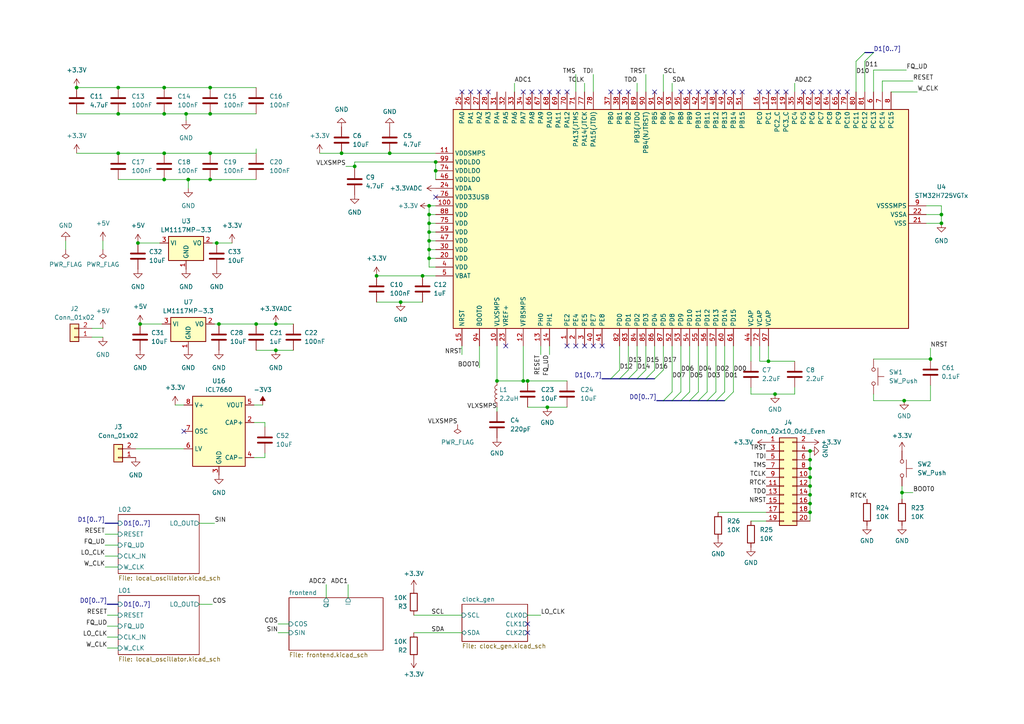
<source format=kicad_sch>
(kicad_sch (version 20230121) (generator eeschema)

  (uuid 8520eda6-8ea2-46c6-b936-856b6ab0ca14)

  (paper "A4")

  

  (junction (at 124.46 74.93) (diameter 0) (color 0 0 0 0)
    (uuid 001cb814-5c93-41d3-8de3-c74cb05c1abe)
  )
  (junction (at 269.875 104.14) (diameter 0) (color 0 0 0 0)
    (uuid 02269c7d-0ac2-4f74-90bf-c27c5cf06486)
  )
  (junction (at 261.62 142.875) (diameter 0) (color 0 0 0 0)
    (uuid 0cf4438e-91db-4980-a4ec-ab5fa16e846a)
  )
  (junction (at 124.46 64.77) (diameter 0) (color 0 0 0 0)
    (uuid 1abc60d4-acb4-4af5-bd6f-38e173967c6e)
  )
  (junction (at 124.46 69.85) (diameter 0) (color 0 0 0 0)
    (uuid 21851806-fb11-4180-9adf-e8afe0eafb3a)
  )
  (junction (at 47.625 44.45) (diameter 0) (color 0 0 0 0)
    (uuid 3538b336-3a6d-4b14-a22b-0172fd059099)
  )
  (junction (at 40.005 70.485) (diameter 0) (color 0 0 0 0)
    (uuid 3b1f6215-d663-486d-aa17-8bb5a267ab27)
  )
  (junction (at 34.29 33.02) (diameter 0) (color 0 0 0 0)
    (uuid 3d375a8d-5235-4abe-9f0c-2fa486086461)
  )
  (junction (at 60.96 25.4) (diameter 0) (color 0 0 0 0)
    (uuid 3da8f4dd-e12d-4946-a628-2f1baee6a4b3)
  )
  (junction (at 99.06 44.45) (diameter 0) (color 0 0 0 0)
    (uuid 40a800ec-d3f1-42ab-82c6-f1da8979ad5c)
  )
  (junction (at 54.61 52.07) (diameter 0) (color 0 0 0 0)
    (uuid 44336764-e33e-4f53-97e0-a2ee8b40f23e)
  )
  (junction (at 234.95 138.43) (diameter 0) (color 0 0 0 0)
    (uuid 4685e945-90fb-4995-bc9c-c324c6c1becd)
  )
  (junction (at 222.885 104.775) (diameter 0) (color 0 0 0 0)
    (uuid 48091bf6-aa66-4814-8e00-fc4c00e5dfd3)
  )
  (junction (at 116.205 87.63) (diameter 0) (color 0 0 0 0)
    (uuid 4dc8e745-7366-42db-a0e4-52ee9bc86b42)
  )
  (junction (at 102.87 48.26) (diameter 0) (color 0 0 0 0)
    (uuid 4e70bac6-5c01-4740-8ce9-0934b8286cde)
  )
  (junction (at 124.46 62.23) (diameter 0) (color 0 0 0 0)
    (uuid 588e6ae3-b50e-4ca4-b8a9-2ad2f39e77bc)
  )
  (junction (at 47.625 52.07) (diameter 0) (color 0 0 0 0)
    (uuid 5c712a11-d122-4a6a-9597-f76288cde5dc)
  )
  (junction (at 144.145 110.49) (diameter 0) (color 0 0 0 0)
    (uuid 5d3cf3e8-98f6-4d18-a6d5-a0095acf6686)
  )
  (junction (at 158.75 118.11) (diameter 0) (color 0 0 0 0)
    (uuid 6fb90090-24c9-4d35-ba6d-173d05da40d9)
  )
  (junction (at 40.64 93.98) (diameter 0) (color 0 0 0 0)
    (uuid 72d9a9f9-f7ba-42f6-888d-f185057727c2)
  )
  (junction (at 80.01 101.6) (diameter 0) (color 0 0 0 0)
    (uuid 73298084-1901-4033-b610-9a83e802c07b)
  )
  (junction (at 124.46 59.69) (diameter 0) (color 0 0 0 0)
    (uuid 7561055b-a235-485c-b87b-483db59c957e)
  )
  (junction (at 47.625 33.02) (diameter 0) (color 0 0 0 0)
    (uuid 838387cb-c64a-4f52-abfc-73294c39deee)
  )
  (junction (at 224.79 114.3) (diameter 0) (color 0 0 0 0)
    (uuid 865f2b7f-ce2f-4db7-9711-8fe9aef01ceb)
  )
  (junction (at 62.865 70.485) (diameter 0) (color 0 0 0 0)
    (uuid 8c0c2c95-0b3a-4d21-8c4f-b6dc99656bbe)
  )
  (junction (at 22.225 25.4) (diameter 0) (color 0 0 0 0)
    (uuid 8d7884e2-9e69-4cc4-80ac-8c9a6c1fe1dc)
  )
  (junction (at 60.96 33.02) (diameter 0) (color 0 0 0 0)
    (uuid 90ab65b0-f8f7-487f-9e0c-ea09b825bcd4)
  )
  (junction (at 60.96 44.45) (diameter 0) (color 0 0 0 0)
    (uuid 93c72025-ab91-4d79-8f72-edf7856e5358)
  )
  (junction (at 234.95 140.97) (diameter 0) (color 0 0 0 0)
    (uuid 98e08b8c-64c0-4889-b755-051f296d9e75)
  )
  (junction (at 60.96 52.07) (diameter 0) (color 0 0 0 0)
    (uuid a02ca9f6-9762-4055-b65f-b4439ef18e22)
  )
  (junction (at 234.95 148.59) (diameter 0) (color 0 0 0 0)
    (uuid a12c4f71-9d11-4212-98c7-2de31113220f)
  )
  (junction (at 234.95 146.05) (diameter 0) (color 0 0 0 0)
    (uuid a2aea04e-56d7-4eda-b209-d23e87706202)
  )
  (junction (at 124.46 72.39) (diameter 0) (color 0 0 0 0)
    (uuid a594be39-7435-4d88-aa0b-ded26c8ac536)
  )
  (junction (at 34.29 44.45) (diameter 0) (color 0 0 0 0)
    (uuid a5cc575d-3f7a-4f7f-a772-1618cb58e018)
  )
  (junction (at 47.625 25.4) (diameter 0) (color 0 0 0 0)
    (uuid ab9d855c-1c89-47fc-8e38-124e8f193189)
  )
  (junction (at 109.22 80.01) (diameter 0) (color 0 0 0 0)
    (uuid af3065ca-2b52-469c-9f9f-832f91433bb6)
  )
  (junction (at 262.255 116.205) (diameter 0) (color 0 0 0 0)
    (uuid b3466aa0-28cf-4fad-a34f-0efb0957e5a1)
  )
  (junction (at 53.975 33.02) (diameter 0) (color 0 0 0 0)
    (uuid ba5b02d6-7218-425d-8977-94ee7b8cffdb)
  )
  (junction (at 234.95 143.51) (diameter 0) (color 0 0 0 0)
    (uuid c40ab0d4-d441-4b33-a206-0ab972447945)
  )
  (junction (at 126.365 49.53) (diameter 0) (color 0 0 0 0)
    (uuid c70b992c-e8ce-4e41-aa34-a4edfd71a6be)
  )
  (junction (at 153.035 110.49) (diameter 0) (color 0 0 0 0)
    (uuid c960a969-32cf-418e-af14-61ad635466f7)
  )
  (junction (at 126.365 46.99) (diameter 0) (color 0 0 0 0)
    (uuid c9d78c12-006e-47e6-a062-32c72e5b3b25)
  )
  (junction (at 151.765 110.49) (diameter 0) (color 0 0 0 0)
    (uuid cd263ad6-4d51-4d96-9133-c0feb68ccd88)
  )
  (junction (at 234.95 135.89) (diameter 0) (color 0 0 0 0)
    (uuid d115f61a-39d6-4775-b835-5a19298d1472)
  )
  (junction (at 273.05 62.23) (diameter 0) (color 0 0 0 0)
    (uuid dd7e7a68-86d7-4152-a3e7-977578c2e427)
  )
  (junction (at 63.5 93.98) (diameter 0) (color 0 0 0 0)
    (uuid deb7f2f4-9b94-4f2e-a601-93c479432f4f)
  )
  (junction (at 234.95 130.81) (diameter 0) (color 0 0 0 0)
    (uuid df105c21-db27-478e-ba7b-0b748a07c6de)
  )
  (junction (at 74.295 93.98) (diameter 0) (color 0 0 0 0)
    (uuid e057da7a-2092-4e25-825e-beafa7c25f9b)
  )
  (junction (at 122.555 80.01) (diameter 0) (color 0 0 0 0)
    (uuid e842e330-fd93-45ff-b16b-5fe40d5eea93)
  )
  (junction (at 34.29 25.4) (diameter 0) (color 0 0 0 0)
    (uuid e9666db9-042c-4b1a-a92c-ef04a3bedb20)
  )
  (junction (at 234.95 133.35) (diameter 0) (color 0 0 0 0)
    (uuid e98a1b74-c58d-4d31-b97f-72592680ed64)
  )
  (junction (at 80.01 93.98) (diameter 0) (color 0 0 0 0)
    (uuid e9b40354-dbe3-484e-9240-fc5559c129a4)
  )
  (junction (at 124.46 67.31) (diameter 0) (color 0 0 0 0)
    (uuid ea3f3ed6-5138-4fd5-84a6-97a2c105e947)
  )
  (junction (at 273.05 64.77) (diameter 0) (color 0 0 0 0)
    (uuid f0821b5d-7a6b-4b3e-b9b9-3ee6a91b9743)
  )
  (junction (at 113.03 44.45) (diameter 0) (color 0 0 0 0)
    (uuid f9864fac-75b0-4bf2-bb0a-7d9f10a8186b)
  )

  (no_connect (at 189.865 26.67) (uuid 0727f6ce-f5d1-40b8-a1b9-8cccace60861))
  (no_connect (at 136.525 26.67) (uuid 165a6fc1-e603-48c3-a4ec-b866e2d8ed77))
  (no_connect (at 177.165 26.67) (uuid 17bcb4c2-8b43-4eb6-9a73-ae68fbb6f7d1))
  (no_connect (at 197.485 26.67) (uuid 1d356966-af4d-4028-be66-fbcdde81872f))
  (no_connect (at 156.845 26.67) (uuid 1f479bf3-acad-4717-9863-c967c4a9e6c7))
  (no_connect (at 225.425 26.67) (uuid 217a7215-8409-41ef-8bfe-ed7a16462c2b))
  (no_connect (at 182.245 26.67) (uuid 24177fbd-3b55-4c7e-a129-2edb4a615270))
  (no_connect (at 238.125 26.67) (uuid 2a17c08c-5a2a-423d-a483-30386384dd8c))
  (no_connect (at 179.705 26.67) (uuid 2a8fc393-6108-444b-95f8-aa3469b1b07e))
  (no_connect (at 240.665 26.67) (uuid 30c2c9f2-353d-48bd-b297-1cbcd138381a))
  (no_connect (at 215.265 26.67) (uuid 374b91fd-fa1e-488d-8d42-bd8ce76597ff))
  (no_connect (at 212.725 26.67) (uuid 3880f4fa-1921-40b7-8425-22ff1a9b2d1a))
  (no_connect (at 139.065 26.67) (uuid 42cdd0bf-a15c-49c2-9414-8d5fbdf49ae6))
  (no_connect (at 174.625 100.33) (uuid 4587ac96-2e26-466d-8c8b-26147e50b3f7))
  (no_connect (at 202.565 26.67) (uuid 49301fa7-ceeb-4b75-b2a4-20f23a9fa8b0))
  (no_connect (at 233.045 26.67) (uuid 4940066c-7c0b-4774-95c2-a3f50416ca42))
  (no_connect (at 164.465 100.33) (uuid 4d30f582-80ed-45e7-b97f-42d524077300))
  (no_connect (at 245.745 26.67) (uuid 69aac2d3-58c1-417a-9624-d8d2739b2a2b))
  (no_connect (at 200.025 26.67) (uuid 6bc25d4e-77a2-431f-aa6b-efedbc68bea3))
  (no_connect (at 159.385 26.67) (uuid 7bb440cd-00c1-4024-989e-938b38ee329c))
  (no_connect (at 146.685 100.33) (uuid 7f3f8f32-06cc-4ec1-a0d8-d4807b2e4b9f))
  (no_connect (at 133.985 26.67) (uuid a0b86e10-a303-49ed-8dc2-2b24b61039a7))
  (no_connect (at 154.305 26.67) (uuid a5dee010-33e1-4272-9fe2-35fcab34bc7f))
  (no_connect (at 53.34 125.095) (uuid a64a76e8-9a5a-4f45-988a-8820bf10304f))
  (no_connect (at 153.035 180.975) (uuid a744fc33-0ffc-4499-9fe8-3067c9b18bbf))
  (no_connect (at 167.005 100.33) (uuid a8e4c826-f2ab-441f-a285-068daead4a44))
  (no_connect (at 141.605 26.67) (uuid af372112-9622-4b5e-900a-19e2518eb458))
  (no_connect (at 220.345 26.67) (uuid bf0be700-baad-4279-96f7-8e4610f637af))
  (no_connect (at 169.545 100.33) (uuid bf6e4b5e-74a2-44eb-b6a4-6e57007f095d))
  (no_connect (at 153.035 183.515) (uuid caca453d-d720-4bd6-a696-a2f4a1221b3d))
  (no_connect (at 243.205 26.67) (uuid ccc0fd35-1d9c-46aa-acfd-761bcecfa7f7))
  (no_connect (at 164.465 26.67) (uuid cd390bdd-c96b-4255-84e2-416eb891c1b7))
  (no_connect (at 207.645 26.67) (uuid d0e6da6f-6623-47d1-80a6-f99e4196b605))
  (no_connect (at 210.185 26.67) (uuid dbde3bb8-b67b-47e8-8994-94fa0444902d))
  (no_connect (at 227.965 26.67) (uuid e4e6b0a0-cf3d-45f5-9eb4-a138c45232bd))
  (no_connect (at 161.925 26.67) (uuid effdb286-6e6f-42f5-8296-1100f493f9d4))
  (no_connect (at 172.085 100.33) (uuid f2b485bf-6131-4f06-ba4c-db8f9f94d60d))
  (no_connect (at 222.885 26.67) (uuid f7855c29-209f-4d33-9531-236da7930a73))
  (no_connect (at 235.585 26.67) (uuid fa7da8f9-1d71-4aa5-a90b-b51ee4a94ccf))
  (no_connect (at 205.105 26.67) (uuid fb4145b5-5a33-4cd0-abc4-5a11c14c7523))
  (no_connect (at 126.365 57.15) (uuid fc3a6694-0742-4d97-987b-a9253fc6b6c8))
  (no_connect (at 151.765 26.67) (uuid fef954e6-47e3-4277-a0db-7b3a009faa20))

  (bus_entry (at 250.825 15.24) (size -2.54 2.54)
    (stroke (width 0) (type default))
    (uuid 021e4b3b-8d09-4316-8f41-73d86c78ffc1)
  )
  (bus_entry (at 200.025 116.205) (size 2.54 -2.54)
    (stroke (width 0) (type default))
    (uuid 0b6af008-a565-45a8-abf8-385c2cfa861d)
  )
  (bus_entry (at 189.865 109.855) (size 2.54 -2.54)
    (stroke (width 0) (type default))
    (uuid 14a89589-daa2-432c-a9e1-b0e6c2187069)
  )
  (bus_entry (at 197.485 116.205) (size 2.54 -2.54)
    (stroke (width 0) (type default))
    (uuid 1b852516-7be1-4396-a110-1923668f79ab)
  )
  (bus_entry (at 184.785 109.855) (size 2.54 -2.54)
    (stroke (width 0) (type default))
    (uuid 4eeae5aa-96ab-47a0-a751-d93a5d489009)
  )
  (bus_entry (at 253.365 15.24) (size -2.54 2.54)
    (stroke (width 0) (type default))
    (uuid 6c5cc3a8-f7b9-490c-ac1d-6fd800ab27e9)
  )
  (bus_entry (at 207.645 116.205) (size 2.54 -2.54)
    (stroke (width 0) (type default))
    (uuid 7cf97915-f2df-4e6c-9ed9-7b39e53e40c0)
  )
  (bus_entry (at 205.105 116.205) (size 2.54 -2.54)
    (stroke (width 0) (type default))
    (uuid 918b8e29-5d6b-46a2-af1c-dc235031dfb0)
  )
  (bus_entry (at 210.185 116.205) (size 2.54 -2.54)
    (stroke (width 0) (type default))
    (uuid a54c3241-8e7c-42b3-af18-5a3d5fc040d5)
  )
  (bus_entry (at 182.245 109.855) (size 2.54 -2.54)
    (stroke (width 0) (type default))
    (uuid ad5f066e-0ab2-4d90-a681-ad9ff92f3d8c)
  )
  (bus_entry (at 177.165 109.855) (size 2.54 -2.54)
    (stroke (width 0) (type default))
    (uuid b2cf3a6d-c1ba-4a6d-9c55-f47615007b9c)
  )
  (bus_entry (at 194.945 116.205) (size 2.54 -2.54)
    (stroke (width 0) (type default))
    (uuid babda99b-c307-4b99-bdfa-af35b37d4e58)
  )
  (bus_entry (at 192.405 116.205) (size 2.54 -2.54)
    (stroke (width 0) (type default))
    (uuid c6d056c5-8de8-4a4f-9872-5982d4c327f3)
  )
  (bus_entry (at 187.325 109.855) (size 2.54 -2.54)
    (stroke (width 0) (type default))
    (uuid e4e385fa-ea4d-4f0a-8526-e37e3348a633)
  )
  (bus_entry (at 202.565 116.205) (size 2.54 -2.54)
    (stroke (width 0) (type default))
    (uuid e743815d-6911-4e1b-a896-d6c4393399bd)
  )
  (bus_entry (at 179.705 109.855) (size 2.54 -2.54)
    (stroke (width 0) (type default))
    (uuid f422b12b-31f0-4dfc-8345-0d18f11ee3f6)
  )

  (wire (pts (xy 57.785 175.26) (xy 61.595 175.26))
    (stroke (width 0) (type default))
    (uuid 008bf9b0-751e-473f-bba2-f6166decf7e5)
  )
  (wire (pts (xy 100.33 48.26) (xy 102.87 48.26))
    (stroke (width 0) (type default))
    (uuid 00fe5160-496c-4c6d-8933-f37d3beab8ff)
  )
  (wire (pts (xy 22.225 44.45) (xy 34.29 44.45))
    (stroke (width 0) (type default))
    (uuid 01718aa2-a76a-42a6-be93-56d8780e391c)
  )
  (wire (pts (xy 74.295 101.6) (xy 80.01 101.6))
    (stroke (width 0) (type default))
    (uuid 01f470d8-13c2-4449-9d9f-b93c36338987)
  )
  (wire (pts (xy 80.01 101.6) (xy 85.09 101.6))
    (stroke (width 0) (type default))
    (uuid 0313fb54-f50c-44d4-8632-ed6dcd8a0f94)
  )
  (wire (pts (xy 133.985 100.33) (xy 133.985 102.87))
    (stroke (width 0) (type default))
    (uuid 088d9ef7-53e6-4fbd-b966-39aba8c4b374)
  )
  (wire (pts (xy 151.765 100.33) (xy 151.765 110.49))
    (stroke (width 0) (type default))
    (uuid 08e87432-efd9-4eab-8154-17dfdde04ac3)
  )
  (wire (pts (xy 234.95 130.81) (xy 234.95 133.35))
    (stroke (width 0) (type default))
    (uuid 0b01c096-9521-48bc-8a5c-3cb953e8cc6e)
  )
  (wire (pts (xy 189.865 100.33) (xy 189.865 107.315))
    (stroke (width 0) (type default))
    (uuid 0b41133a-d9ae-4dbf-a450-5cd2bb2c95b9)
  )
  (wire (pts (xy 208.28 148.59) (xy 222.25 148.59))
    (stroke (width 0) (type default))
    (uuid 0bfc159a-5260-46ce-b29b-1c487edc8b86)
  )
  (wire (pts (xy 34.29 44.45) (xy 47.625 44.45))
    (stroke (width 0) (type default))
    (uuid 0dfbc6fe-874c-449b-b27d-2320e3622cad)
  )
  (wire (pts (xy 156.845 100.33) (xy 156.845 102.87))
    (stroke (width 0) (type default))
    (uuid 0e02dae2-f0d4-43d4-b9af-d62c5453899a)
  )
  (wire (pts (xy 158.75 118.11) (xy 164.465 118.11))
    (stroke (width 0) (type default))
    (uuid 0f3a7b17-673b-43a3-97b3-034aaa812707)
  )
  (wire (pts (xy 253.365 116.205) (xy 262.255 116.205))
    (stroke (width 0) (type default))
    (uuid 116c262a-ae2c-4042-9d69-b230f380e5e0)
  )
  (wire (pts (xy 212.725 100.33) (xy 212.725 113.665))
    (stroke (width 0) (type default))
    (uuid 117a8dcd-abba-4998-b3ad-7bd31b911f87)
  )
  (wire (pts (xy 255.905 23.495) (xy 264.795 23.495))
    (stroke (width 0) (type default))
    (uuid 122585e4-63f8-4df2-a88c-72d058bc4d04)
  )
  (wire (pts (xy 74.295 43.18) (xy 74.295 44.45))
    (stroke (width 0) (type default))
    (uuid 128d1907-c1d0-4645-b3fa-a1e7f6ceb554)
  )
  (wire (pts (xy 197.485 100.33) (xy 197.485 113.665))
    (stroke (width 0) (type default))
    (uuid 13778348-2c97-4aef-b0f4-7086b63cc0d9)
  )
  (wire (pts (xy 54.61 52.07) (xy 54.61 54.61))
    (stroke (width 0) (type default))
    (uuid 1548a193-8a4c-4278-b824-1e310e7264f6)
  )
  (wire (pts (xy 63.5 93.98) (xy 74.295 93.98))
    (stroke (width 0) (type default))
    (uuid 17234ab9-4e68-40d8-bfd6-96cf3f597eb8)
  )
  (wire (pts (xy 29.845 69.85) (xy 29.845 72.39))
    (stroke (width 0) (type default))
    (uuid 1ad3fd36-c4a8-4231-8ed3-4ff0182684a4)
  )
  (wire (pts (xy 210.185 100.33) (xy 210.185 113.665))
    (stroke (width 0) (type default))
    (uuid 1c37692f-f9c5-44bc-875b-a48486fe6f15)
  )
  (wire (pts (xy 116.205 87.63) (xy 122.555 87.63))
    (stroke (width 0) (type default))
    (uuid 1cd6958f-f7b1-46ad-9e2d-b6f9d0af553f)
  )
  (bus (pts (xy 184.785 109.855) (xy 182.245 109.855))
    (stroke (width 0) (type default))
    (uuid 21aa005e-9745-4fbe-96e6-94a538e7ead1)
  )

  (wire (pts (xy 102.87 48.26) (xy 102.87 48.895))
    (stroke (width 0) (type default))
    (uuid 22e595d3-330c-40e6-8a5b-13f79d11b162)
  )
  (wire (pts (xy 76.835 132.715) (xy 76.835 131.445))
    (stroke (width 0) (type default))
    (uuid 2565eac8-4a85-4575-bfce-be0d3047ee60)
  )
  (wire (pts (xy 73.66 117.475) (xy 76.2 117.475))
    (stroke (width 0) (type default))
    (uuid 25df4cf1-9879-4e91-9206-99171ecc7832)
  )
  (wire (pts (xy 47.625 52.07) (xy 54.61 52.07))
    (stroke (width 0) (type default))
    (uuid 265c4cf9-1bd1-432d-b9f7-99f27519d326)
  )
  (wire (pts (xy 40.64 93.98) (xy 46.99 93.98))
    (stroke (width 0) (type default))
    (uuid 291e40b1-bdc5-4cd2-b58e-e8189287c16c)
  )
  (wire (pts (xy 230.505 112.395) (xy 230.505 114.3))
    (stroke (width 0) (type default))
    (uuid 296bf757-3c0b-494e-92a3-e930d3ffbe50)
  )
  (wire (pts (xy 30.48 164.465) (xy 34.29 164.465))
    (stroke (width 0) (type default))
    (uuid 2b384ae0-314d-48e1-9144-1ecc4bcf11e1)
  )
  (wire (pts (xy 30.48 161.29) (xy 34.29 161.29))
    (stroke (width 0) (type default))
    (uuid 2da4d9c7-476d-4167-a419-e3f21966eea5)
  )
  (wire (pts (xy 34.29 33.02) (xy 47.625 33.02))
    (stroke (width 0) (type default))
    (uuid 2e5fef62-59a9-4e92-899d-402f64ea7c32)
  )
  (wire (pts (xy 144.145 110.49) (xy 151.765 110.49))
    (stroke (width 0) (type default))
    (uuid 2ed74cc9-bdac-4ace-a3ee-d157236c5f66)
  )
  (wire (pts (xy 113.03 44.45) (xy 126.365 44.45))
    (stroke (width 0) (type default))
    (uuid 2ee90013-c198-4329-a036-6175b68ce8ff)
  )
  (wire (pts (xy 62.865 70.485) (xy 67.31 70.485))
    (stroke (width 0) (type default))
    (uuid 30df5eba-74dc-4d9f-aff3-733dbcd8ea1e)
  )
  (wire (pts (xy 124.46 67.31) (xy 126.365 67.31))
    (stroke (width 0) (type default))
    (uuid 3140ea10-0181-47b3-b3aa-3b9b63f2971e)
  )
  (wire (pts (xy 269.875 100.965) (xy 269.875 104.14))
    (stroke (width 0) (type default))
    (uuid 3275bf57-6d8a-4502-9d84-dbe40f682550)
  )
  (bus (pts (xy 190.5 116.205) (xy 192.405 116.205))
    (stroke (width 0) (type default))
    (uuid 33509e80-99e5-4935-a522-492f181e4793)
  )

  (wire (pts (xy 234.95 148.59) (xy 234.95 151.13))
    (stroke (width 0) (type default))
    (uuid 3667a2d9-4354-48aa-ac9e-b3bcfc5c8567)
  )
  (wire (pts (xy 234.95 143.51) (xy 234.95 146.05))
    (stroke (width 0) (type default))
    (uuid 36c698ad-94f3-4134-8f15-e14c0aabc40d)
  )
  (wire (pts (xy 167.005 21.59) (xy 167.005 26.67))
    (stroke (width 0) (type default))
    (uuid 36cdb1e2-835f-4551-b6af-933fc5ef6ad8)
  )
  (wire (pts (xy 73.66 132.715) (xy 76.835 132.715))
    (stroke (width 0) (type default))
    (uuid 3a7e9a20-05ed-49b4-86d8-2a4b6c960f08)
  )
  (bus (pts (xy 202.565 116.205) (xy 205.105 116.205))
    (stroke (width 0) (type default))
    (uuid 3a7f7a07-b8fb-4789-b9a5-327320915e81)
  )

  (wire (pts (xy 159.385 100.33) (xy 159.385 102.87))
    (stroke (width 0) (type default))
    (uuid 3adb7d15-2c90-40bd-89ee-54ff0c0ff80f)
  )
  (wire (pts (xy 153.035 178.435) (xy 156.845 178.435))
    (stroke (width 0) (type default))
    (uuid 3b3a61a5-5925-450a-8702-08c4aa18616c)
  )
  (wire (pts (xy 73.66 122.555) (xy 76.835 122.555))
    (stroke (width 0) (type default))
    (uuid 3bba2f89-3156-443e-a87e-8d1a7765c5c3)
  )
  (wire (pts (xy 124.46 62.23) (xy 124.46 64.77))
    (stroke (width 0) (type default))
    (uuid 3d2ed7a4-9a04-4b56-bcb7-9740906bc54f)
  )
  (wire (pts (xy 144.145 100.33) (xy 144.145 110.49))
    (stroke (width 0) (type default))
    (uuid 420dddef-0744-4fb3-885e-502e8c78af8c)
  )
  (wire (pts (xy 124.46 59.69) (xy 124.46 62.23))
    (stroke (width 0) (type default))
    (uuid 4296e21d-41d2-46f1-8d5d-19df72276cc7)
  )
  (wire (pts (xy 222.885 104.775) (xy 230.505 104.775))
    (stroke (width 0) (type default))
    (uuid 452b51a6-e89b-4d40-88c4-8d69c29f8a94)
  )
  (wire (pts (xy 184.785 100.33) (xy 184.785 107.315))
    (stroke (width 0) (type default))
    (uuid 45733607-1753-498e-96d5-06fd99d2e0ee)
  )
  (wire (pts (xy 139.065 100.33) (xy 139.065 106.68))
    (stroke (width 0) (type default))
    (uuid 46103cef-9d7f-47ac-94e7-062e1e18e882)
  )
  (wire (pts (xy 47.625 44.45) (xy 60.96 44.45))
    (stroke (width 0) (type default))
    (uuid 4747e616-0a45-4d3f-8445-c43da4009ce1)
  )
  (wire (pts (xy 34.29 25.4) (xy 47.625 25.4))
    (stroke (width 0) (type default))
    (uuid 476be6b7-d6a3-4325-8eb7-c28ce4ca013b)
  )
  (wire (pts (xy 230.505 24.13) (xy 230.505 26.67))
    (stroke (width 0) (type default))
    (uuid 47debbbf-e7d4-451e-8558-3cb5354d6fbd)
  )
  (bus (pts (xy 250.825 15.24) (xy 253.365 15.24))
    (stroke (width 0) (type default))
    (uuid 4b24aa6f-1cf6-43fc-82aa-d93025ad6755)
  )

  (wire (pts (xy 22.225 25.4) (xy 34.29 25.4))
    (stroke (width 0) (type default))
    (uuid 4ba104ee-265a-40c0-bc34-f18274f74446)
  )
  (wire (pts (xy 217.805 114.3) (xy 224.79 114.3))
    (stroke (width 0) (type default))
    (uuid 4c034e18-c87d-4c35-892f-b890bfd57475)
  )
  (wire (pts (xy 124.46 74.93) (xy 126.365 74.93))
    (stroke (width 0) (type default))
    (uuid 4cc92071-cebf-4dcf-bede-fa5d86af8ec6)
  )
  (wire (pts (xy 261.62 140.97) (xy 261.62 142.875))
    (stroke (width 0) (type default))
    (uuid 4d2880b5-1f1f-4e21-91ee-b20df998b134)
  )
  (wire (pts (xy 182.245 100.33) (xy 182.245 107.315))
    (stroke (width 0) (type default))
    (uuid 4e9b59f8-48f9-4b6a-9afc-017005959450)
  )
  (wire (pts (xy 250.825 17.78) (xy 250.825 26.67))
    (stroke (width 0) (type default))
    (uuid 4fefafe4-00b6-4975-a245-47c1be851602)
  )
  (wire (pts (xy 248.285 17.78) (xy 248.285 26.67))
    (stroke (width 0) (type default))
    (uuid 50d6d376-f7ef-40cc-ada3-2133c2482f71)
  )
  (wire (pts (xy 60.96 44.45) (xy 74.295 44.45))
    (stroke (width 0) (type default))
    (uuid 50e36507-f631-4459-83e6-076bdd593fad)
  )
  (wire (pts (xy 62.23 93.98) (xy 63.5 93.98))
    (stroke (width 0) (type default))
    (uuid 512ca54d-c6e1-45c3-a855-6e9411e7ff26)
  )
  (wire (pts (xy 255.905 23.495) (xy 255.905 26.67))
    (stroke (width 0) (type default))
    (uuid 54aa8e66-7310-4aef-8a9b-afcdaf1ca7ca)
  )
  (wire (pts (xy 153.035 110.49) (xy 164.465 110.49))
    (stroke (width 0) (type default))
    (uuid 55034bb2-3bd4-4e57-9892-069c208a0dd8)
  )
  (wire (pts (xy 124.46 64.77) (xy 124.46 67.31))
    (stroke (width 0) (type default))
    (uuid 58ba9dd6-c923-4fc3-9262-c80051760892)
  )
  (wire (pts (xy 273.05 62.23) (xy 273.05 64.77))
    (stroke (width 0) (type default))
    (uuid 59f15ed5-eaff-4ba3-8b4c-582ba0dab034)
  )
  (wire (pts (xy 109.22 87.63) (xy 116.205 87.63))
    (stroke (width 0) (type default))
    (uuid 5ac88b3d-52ab-43e1-bfde-b1fd645afb6c)
  )
  (wire (pts (xy 53.975 33.02) (xy 53.975 34.925))
    (stroke (width 0) (type default))
    (uuid 5edb50c5-f169-4291-9f99-ab61cfe9d44f)
  )
  (wire (pts (xy 253.365 20.32) (xy 262.89 20.32))
    (stroke (width 0) (type default))
    (uuid 5f765a2a-a769-4c6f-be6f-0b932c505997)
  )
  (bus (pts (xy 189.865 109.855) (xy 187.325 109.855))
    (stroke (width 0) (type default))
    (uuid 603a6c24-cf75-44d3-a9c1-012d7a42f477)
  )

  (wire (pts (xy 234.95 140.97) (xy 234.95 143.51))
    (stroke (width 0) (type default))
    (uuid 61b6c821-c3ab-41f1-b604-4f3e9b8c5b0b)
  )
  (wire (pts (xy 124.46 67.31) (xy 124.46 69.85))
    (stroke (width 0) (type default))
    (uuid 6248f6f2-3a2f-428b-8786-570f66144971)
  )
  (wire (pts (xy 124.46 62.23) (xy 126.365 62.23))
    (stroke (width 0) (type default))
    (uuid 63f6725e-f2bc-4c77-b5b9-ee1a946fb971)
  )
  (wire (pts (xy 153.035 118.11) (xy 158.75 118.11))
    (stroke (width 0) (type default))
    (uuid 690b0891-6e49-4968-ad99-5a832704b013)
  )
  (wire (pts (xy 76.835 122.555) (xy 76.835 123.825))
    (stroke (width 0) (type default))
    (uuid 69100f14-c3ce-4ba7-bb91-a387301d3a9a)
  )
  (wire (pts (xy 124.46 72.39) (xy 124.46 74.93))
    (stroke (width 0) (type default))
    (uuid 6cca0439-2e13-47ee-a82b-2889ab25d75d)
  )
  (wire (pts (xy 122.555 80.01) (xy 126.365 80.01))
    (stroke (width 0) (type default))
    (uuid 6e8bac89-b1c1-4267-8604-6e72308dc755)
  )
  (bus (pts (xy 200.025 116.205) (xy 202.565 116.205))
    (stroke (width 0) (type default))
    (uuid 6f52eca9-96ae-4403-a39c-0b357dbcd1f2)
  )
  (bus (pts (xy 174.625 109.855) (xy 177.165 109.855))
    (stroke (width 0) (type default))
    (uuid 713b64e8-8ca1-4eaf-9ec5-0820cc848b34)
  )

  (wire (pts (xy 194.945 24.13) (xy 194.945 26.67))
    (stroke (width 0) (type default))
    (uuid 7189ad5f-3fb7-44e0-9221-fd66c3c65b10)
  )
  (wire (pts (xy 169.545 24.13) (xy 169.545 26.67))
    (stroke (width 0) (type default))
    (uuid 73e7ee22-908a-4f9d-82cf-2604f87b108a)
  )
  (wire (pts (xy 39.37 130.175) (xy 53.34 130.175))
    (stroke (width 0) (type default))
    (uuid 744b1f7c-9902-422c-9852-5a4e6ebca084)
  )
  (bus (pts (xy 194.945 116.205) (xy 197.485 116.205))
    (stroke (width 0) (type default))
    (uuid 76caf375-714c-4127-bded-e77229ac322c)
  )

  (wire (pts (xy 47.625 25.4) (xy 60.96 25.4))
    (stroke (width 0) (type default))
    (uuid 76d1bd6a-e4a2-4d58-bef6-5c2b70530c87)
  )
  (wire (pts (xy 124.46 74.93) (xy 124.46 77.47))
    (stroke (width 0) (type default))
    (uuid 76dbe8ad-347d-479d-9cd9-202b26f33e7f)
  )
  (wire (pts (xy 149.225 24.13) (xy 149.225 26.67))
    (stroke (width 0) (type default))
    (uuid 77085569-c675-4a8f-85b6-d0420304d191)
  )
  (wire (pts (xy 57.785 151.765) (xy 62.23 151.765))
    (stroke (width 0) (type default))
    (uuid 776c3ea8-e115-4b10-a8f7-ac042fd21e53)
  )
  (wire (pts (xy 205.105 100.33) (xy 205.105 113.665))
    (stroke (width 0) (type default))
    (uuid 788f7f29-72e5-4d2d-978c-e670a0ae3471)
  )
  (wire (pts (xy 253.365 104.14) (xy 269.875 104.14))
    (stroke (width 0) (type default))
    (uuid 78f0d6a0-f367-4ceb-b2e3-bedb9c7a50dc)
  )
  (wire (pts (xy 120.015 183.515) (xy 133.985 183.515))
    (stroke (width 0) (type default))
    (uuid 7a81338b-25f3-4735-a36b-8915d2a73e6a)
  )
  (wire (pts (xy 124.46 69.85) (xy 126.365 69.85))
    (stroke (width 0) (type default))
    (uuid 7bea1f84-d66d-414e-b0a1-d44c9218f280)
  )
  (wire (pts (xy 31.115 181.61) (xy 34.29 181.61))
    (stroke (width 0) (type default))
    (uuid 7c211524-01cf-49a7-9ce9-ab2e0aebea09)
  )
  (wire (pts (xy 80.645 180.975) (xy 83.82 180.975))
    (stroke (width 0) (type default))
    (uuid 7cb7676b-02b1-4a2c-a0a0-67c97d816003)
  )
  (bus (pts (xy 207.645 116.205) (xy 210.185 116.205))
    (stroke (width 0) (type default))
    (uuid 7f714cce-b08e-4f65-9fad-cd75cdc47919)
  )
  (bus (pts (xy 205.105 116.205) (xy 207.645 116.205))
    (stroke (width 0) (type default))
    (uuid 7fd82cfc-9271-4cc6-ab3f-8b6b724539e7)
  )

  (wire (pts (xy 124.46 69.85) (xy 124.46 72.39))
    (stroke (width 0) (type default))
    (uuid 803edbec-1f82-454f-87ea-d6cc9afffece)
  )
  (wire (pts (xy 61.595 70.485) (xy 62.865 70.485))
    (stroke (width 0) (type default))
    (uuid 808f4269-3e83-475c-9724-984d1eb95eef)
  )
  (wire (pts (xy 40.005 70.485) (xy 46.355 70.485))
    (stroke (width 0) (type default))
    (uuid 87cfaa54-6cf6-433a-adb7-2c814c3928da)
  )
  (wire (pts (xy 268.605 64.77) (xy 273.05 64.77))
    (stroke (width 0) (type default))
    (uuid 899c45b2-fd7d-4b52-bc56-bb904869077d)
  )
  (bus (pts (xy 197.485 116.205) (xy 200.025 116.205))
    (stroke (width 0) (type default))
    (uuid 8c9e5402-89fe-4f72-ac0d-d7956934dcab)
  )

  (wire (pts (xy 187.325 21.59) (xy 187.325 26.67))
    (stroke (width 0) (type default))
    (uuid 907116b9-dd3b-447a-9df8-084a9da6e6ab)
  )
  (wire (pts (xy 102.87 46.99) (xy 102.87 48.26))
    (stroke (width 0) (type default))
    (uuid 90b9bc12-e2a0-4982-8306-3012c591d8e4)
  )
  (wire (pts (xy 258.445 26.67) (xy 266.065 26.67))
    (stroke (width 0) (type default))
    (uuid 91513e1f-b4cb-48b4-948e-932e3b2b5f26)
  )
  (wire (pts (xy 92.71 44.45) (xy 99.06 44.45))
    (stroke (width 0) (type default))
    (uuid 91acc310-ddda-401b-9057-f83e0f2cf565)
  )
  (wire (pts (xy 269.875 111.76) (xy 269.875 116.205))
    (stroke (width 0) (type default))
    (uuid 94b88a9c-e058-47bd-9e75-db6190b32886)
  )
  (wire (pts (xy 144.145 118.11) (xy 144.145 119.38))
    (stroke (width 0) (type default))
    (uuid 94efca24-8024-4f8a-896b-e5a32e9d9eda)
  )
  (wire (pts (xy 19.05 69.85) (xy 19.05 72.39))
    (stroke (width 0) (type default))
    (uuid 96a9ff6b-36c1-4f06-8799-691147e0f795)
  )
  (wire (pts (xy 192.405 100.33) (xy 192.405 107.315))
    (stroke (width 0) (type default))
    (uuid 97655c28-e984-42a3-b86a-d14a7192b40c)
  )
  (wire (pts (xy 80.01 93.98) (xy 85.09 93.98))
    (stroke (width 0) (type default))
    (uuid 97bff4eb-03f7-4c93-9d4a-21b334447366)
  )
  (bus (pts (xy 182.245 109.855) (xy 179.705 109.855))
    (stroke (width 0) (type default))
    (uuid 9a6672c0-ca6f-4c64-b7e1-57e111f82d90)
  )

  (wire (pts (xy 60.96 52.07) (xy 74.295 52.07))
    (stroke (width 0) (type default))
    (uuid 9ae313f5-6623-4db7-9650-e64c2b83de44)
  )
  (wire (pts (xy 109.22 80.01) (xy 122.555 80.01))
    (stroke (width 0) (type default))
    (uuid 9e149619-9335-4459-ab78-457df7e7f2ae)
  )
  (wire (pts (xy 54.61 52.07) (xy 60.96 52.07))
    (stroke (width 0) (type default))
    (uuid 9eb47d19-2de0-4352-abc7-419d152a07fa)
  )
  (wire (pts (xy 194.945 100.33) (xy 194.945 113.665))
    (stroke (width 0) (type default))
    (uuid a5253059-72c4-4f22-a3de-f06c99268df7)
  )
  (wire (pts (xy 124.46 72.39) (xy 126.365 72.39))
    (stroke (width 0) (type default))
    (uuid a9355ad8-b477-4013-abc7-78c9ccf7f988)
  )
  (bus (pts (xy 187.325 109.855) (xy 184.785 109.855))
    (stroke (width 0) (type default))
    (uuid aa3f7690-761f-483b-a2e5-b5f6e0dea915)
  )

  (wire (pts (xy 26.67 95.25) (xy 29.845 95.25))
    (stroke (width 0) (type default))
    (uuid aa7ffc22-f39e-4d42-914e-9875e44ee917)
  )
  (bus (pts (xy 192.405 116.205) (xy 194.945 116.205))
    (stroke (width 0) (type default))
    (uuid ab330a08-915b-457d-bdcc-2808ce047bba)
  )

  (wire (pts (xy 126.365 49.53) (xy 126.365 52.07))
    (stroke (width 0) (type default))
    (uuid b02bf3e6-27c8-40ed-8b76-cf72348697d5)
  )
  (wire (pts (xy 124.46 64.77) (xy 126.365 64.77))
    (stroke (width 0) (type default))
    (uuid b0acb556-3004-4204-abfb-d6c39a4e2e59)
  )
  (wire (pts (xy 184.785 24.13) (xy 184.785 26.67))
    (stroke (width 0) (type default))
    (uuid b8be2546-402a-47a0-9493-9972045e4288)
  )
  (wire (pts (xy 253.365 114.3) (xy 253.365 116.205))
    (stroke (width 0) (type default))
    (uuid b934ee1b-4012-4abf-a7ad-82f04b308b81)
  )
  (wire (pts (xy 222.885 100.33) (xy 222.885 104.775))
    (stroke (width 0) (type default))
    (uuid bc4d703c-b718-4ca3-8c4a-3b6c419ce138)
  )
  (wire (pts (xy 151.765 110.49) (xy 153.035 110.49))
    (stroke (width 0) (type default))
    (uuid bca68c97-f6e8-49bc-bb4d-2cb963fe9152)
  )
  (wire (pts (xy 268.605 62.23) (xy 273.05 62.23))
    (stroke (width 0) (type default))
    (uuid bd170868-283d-46b5-a048-3c07f42e7310)
  )
  (wire (pts (xy 220.345 104.775) (xy 220.345 100.33))
    (stroke (width 0) (type default))
    (uuid bd633e5a-f526-4bf8-9497-9aad40734dd9)
  )
  (wire (pts (xy 172.085 21.59) (xy 172.085 26.67))
    (stroke (width 0) (type default))
    (uuid bf9f3090-10b4-49da-99f6-4ed30f599238)
  )
  (wire (pts (xy 192.405 21.59) (xy 192.405 26.67))
    (stroke (width 0) (type default))
    (uuid c10bad34-a95a-41ac-8c0f-42dd9417f142)
  )
  (wire (pts (xy 60.96 25.4) (xy 74.295 25.4))
    (stroke (width 0) (type default))
    (uuid c1f5e75d-d454-4e35-b30d-1c70d728995b)
  )
  (wire (pts (xy 94.615 169.545) (xy 94.615 173.355))
    (stroke (width 0) (type default))
    (uuid c3c504d3-41d7-4867-baf9-54fd1241fc0f)
  )
  (wire (pts (xy 224.79 114.3) (xy 230.505 114.3))
    (stroke (width 0) (type default))
    (uuid c56328b4-8f0c-4fd1-9963-f3fd8f705d79)
  )
  (wire (pts (xy 34.29 52.07) (xy 47.625 52.07))
    (stroke (width 0) (type default))
    (uuid c9713222-616b-450b-9868-91a6f3ac66ff)
  )
  (wire (pts (xy 120.015 178.435) (xy 133.985 178.435))
    (stroke (width 0) (type default))
    (uuid c9d6a1e5-4dac-48bf-9922-70641a1db3c9)
  )
  (wire (pts (xy 99.06 44.45) (xy 113.03 44.45))
    (stroke (width 0) (type default))
    (uuid cb782c45-17f0-44e0-9b59-8fa38329209c)
  )
  (wire (pts (xy 217.805 112.395) (xy 217.805 114.3))
    (stroke (width 0) (type default))
    (uuid ccf34abd-2557-42ad-ae72-48b811a13349)
  )
  (wire (pts (xy 60.96 33.02) (xy 74.295 33.02))
    (stroke (width 0) (type default))
    (uuid cee7212b-f5f1-41eb-9e84-35ced318d06c)
  )
  (wire (pts (xy 261.62 142.875) (xy 261.62 144.78))
    (stroke (width 0) (type default))
    (uuid cf6ec405-8042-4cb3-997c-8a84c41e53c2)
  )
  (wire (pts (xy 47.625 33.02) (xy 53.975 33.02))
    (stroke (width 0) (type default))
    (uuid d1ad3ccb-4a86-405b-8ebd-aa9e82190451)
  )
  (wire (pts (xy 100.965 169.545) (xy 100.965 173.355))
    (stroke (width 0) (type default))
    (uuid d255c25b-8525-4b57-b89c-8292baf0c76d)
  )
  (wire (pts (xy 50.8 117.475) (xy 53.34 117.475))
    (stroke (width 0) (type default))
    (uuid d2ce610f-b97f-4245-920b-6e0b2de39510)
  )
  (wire (pts (xy 31.115 184.785) (xy 34.29 184.785))
    (stroke (width 0) (type default))
    (uuid d2cfcd2b-5a44-4984-a91d-824c97712957)
  )
  (bus (pts (xy 30.48 151.765) (xy 34.29 151.765))
    (stroke (width 0) (type default))
    (uuid d32d7d5d-acd6-411d-b254-19558b23bd4f)
  )
  (bus (pts (xy 177.165 109.855) (xy 179.705 109.855))
    (stroke (width 0) (type default))
    (uuid d3b978ec-284f-4c43-a9bb-372fd95cdb87)
  )
  (bus (pts (xy 31.115 175.26) (xy 34.29 175.26))
    (stroke (width 0) (type default))
    (uuid d3e9f452-2fea-44a6-9642-9a8f7572f958)
  )

  (wire (pts (xy 124.46 59.69) (xy 126.365 59.69))
    (stroke (width 0) (type default))
    (uuid d5caba2d-7a56-4260-b65f-f2fa911c8962)
  )
  (wire (pts (xy 261.62 142.875) (xy 264.795 142.875))
    (stroke (width 0) (type default))
    (uuid d71def75-9370-46c5-8c76-135b1d8af23a)
  )
  (wire (pts (xy 74.295 93.98) (xy 80.01 93.98))
    (stroke (width 0) (type default))
    (uuid d860942e-3612-465b-8c72-6799c14eb960)
  )
  (wire (pts (xy 26.67 97.79) (xy 29.845 97.79))
    (stroke (width 0) (type default))
    (uuid d9c36f22-ba71-4415-bf99-a4162e8696bb)
  )
  (wire (pts (xy 202.565 100.33) (xy 202.565 113.665))
    (stroke (width 0) (type default))
    (uuid db59045f-f77d-4f14-8d1f-c2a164aff384)
  )
  (wire (pts (xy 217.805 151.13) (xy 222.25 151.13))
    (stroke (width 0) (type default))
    (uuid db5ca222-506b-4a01-98d3-c619d7356071)
  )
  (wire (pts (xy 220.345 104.775) (xy 222.885 104.775))
    (stroke (width 0) (type default))
    (uuid de20f3dd-96f6-4414-86f1-a0816ae4b02c)
  )
  (wire (pts (xy 102.87 46.99) (xy 126.365 46.99))
    (stroke (width 0) (type default))
    (uuid deb49a09-4bb7-4c17-9576-b2b3198d3c61)
  )
  (wire (pts (xy 217.805 100.33) (xy 217.805 104.775))
    (stroke (width 0) (type default))
    (uuid e2d82e04-f908-4f95-8f68-f6e1a8ff797a)
  )
  (wire (pts (xy 187.325 100.33) (xy 187.325 107.315))
    (stroke (width 0) (type default))
    (uuid e3f98616-0122-4b36-a7f9-68d988d708ec)
  )
  (wire (pts (xy 80.645 183.515) (xy 83.82 183.515))
    (stroke (width 0) (type default))
    (uuid e4c81c55-d9e1-446c-90ba-9282981ef555)
  )
  (wire (pts (xy 31.115 178.435) (xy 34.29 178.435))
    (stroke (width 0) (type default))
    (uuid e72dbbc0-f44a-40d8-b5b2-89ac919f6997)
  )
  (wire (pts (xy 234.95 146.05) (xy 234.95 148.59))
    (stroke (width 0) (type default))
    (uuid e7e6ab60-4939-4cfe-a545-1e78876d9abf)
  )
  (wire (pts (xy 30.48 154.94) (xy 34.29 154.94))
    (stroke (width 0) (type default))
    (uuid e84f783d-c9b9-4198-9b34-edeee526e747)
  )
  (wire (pts (xy 22.225 33.02) (xy 34.29 33.02))
    (stroke (width 0) (type default))
    (uuid e89c46d1-b1c3-4768-8388-e1a87a62e9b8)
  )
  (wire (pts (xy 268.605 59.69) (xy 273.05 59.69))
    (stroke (width 0) (type default))
    (uuid e9a461a1-bb4d-4fee-bdbb-575a29606fc1)
  )
  (wire (pts (xy 269.875 116.205) (xy 262.255 116.205))
    (stroke (width 0) (type default))
    (uuid ea8b0936-0c4c-46d0-9397-fd941e1fc9c4)
  )
  (wire (pts (xy 179.705 100.33) (xy 179.705 107.315))
    (stroke (width 0) (type default))
    (uuid eb4b44b2-2d20-4cfa-8e3e-1d799893cfc3)
  )
  (wire (pts (xy 53.975 33.02) (xy 60.96 33.02))
    (stroke (width 0) (type default))
    (uuid ed8e564f-d6af-4ed2-b7ce-ee8bd3c3a728)
  )
  (wire (pts (xy 234.95 135.89) (xy 234.95 138.43))
    (stroke (width 0) (type default))
    (uuid f1d22e54-e880-4090-b75f-5a5e38bc198e)
  )
  (wire (pts (xy 207.645 100.33) (xy 207.645 113.665))
    (stroke (width 0) (type default))
    (uuid f25106ca-da67-4298-b25a-035526708b7e)
  )
  (wire (pts (xy 31.115 187.96) (xy 34.29 187.96))
    (stroke (width 0) (type default))
    (uuid f3d87db2-ca24-4100-b418-71d70151b36f)
  )
  (wire (pts (xy 124.46 77.47) (xy 126.365 77.47))
    (stroke (width 0) (type default))
    (uuid f6a5fefd-096d-4d3f-b712-d1a063284580)
  )
  (wire (pts (xy 253.365 26.67) (xy 253.365 20.32))
    (stroke (width 0) (type default))
    (uuid f837b385-74b0-4a0e-aa7a-d12fd99fafb4)
  )
  (wire (pts (xy 30.48 158.115) (xy 34.29 158.115))
    (stroke (width 0) (type default))
    (uuid f896d739-c1f7-4c0b-8f91-59787ee2d1ee)
  )
  (wire (pts (xy 234.95 133.35) (xy 234.95 135.89))
    (stroke (width 0) (type default))
    (uuid fd99e673-ba7f-460a-b376-5b7e183dc9e7)
  )
  (wire (pts (xy 273.05 59.69) (xy 273.05 62.23))
    (stroke (width 0) (type default))
    (uuid fdd795e1-7c4a-4476-91f1-d608a7d92df8)
  )
  (wire (pts (xy 200.025 100.33) (xy 200.025 113.665))
    (stroke (width 0) (type default))
    (uuid fe7e5def-350a-43b3-9c0d-7e86657fcc3f)
  )
  (wire (pts (xy 234.95 138.43) (xy 234.95 140.97))
    (stroke (width 0) (type default))
    (uuid fe809dd1-44be-4d09-8e82-de30bc8783ea)
  )
  (wire (pts (xy 126.365 46.99) (xy 126.365 49.53))
    (stroke (width 0) (type default))
    (uuid ff0d1719-4e17-4361-86ce-e53affa08f0a)
  )

  (label "D16" (at 189.865 107.315 0)
    (effects (font (size 1.27 1.27)) (justify left bottom))
    (uuid 0cc97e05-1ad2-43d2-a0a6-5d3a6804b32a)
  )
  (label "FQ_UD" (at 30.48 158.115 180) (fields_autoplaced)
    (effects (font (size 1.27 1.27)) (justify right bottom))
    (uuid 0ee9950e-e78e-4699-8692-2336be72478e)
  )
  (label "TDO" (at 222.25 143.51 180) (fields_autoplaced)
    (effects (font (size 1.27 1.27)) (justify right bottom))
    (uuid 1353756d-a1ea-443a-8d16-a83fecafc0e1)
  )
  (label "D13" (at 182.245 105.41 0)
    (effects (font (size 1.27 1.27)) (justify left bottom))
    (uuid 136ca363-3801-48de-ace2-8934c7eaa0fd)
  )
  (label "LO_CLK" (at 31.115 184.785 180) (fields_autoplaced)
    (effects (font (size 1.27 1.27)) (justify right bottom))
    (uuid 16f27903-73f2-45ef-ac7a-584c387935fd)
  )
  (label "SDA" (at 125.095 183.515 0) (fields_autoplaced)
    (effects (font (size 1.27 1.27)) (justify left bottom))
    (uuid 1804cf84-723a-4853-b1fa-78257a3d2fd9)
  )
  (label "TRST" (at 222.25 130.81 180) (fields_autoplaced)
    (effects (font (size 1.27 1.27)) (justify right bottom))
    (uuid 1abe27fa-6921-4166-9a2b-33ea54a82b16)
  )
  (label "D07" (at 194.945 109.855 0)
    (effects (font (size 1.27 1.27)) (justify left bottom))
    (uuid 208767d9-0782-4991-b026-50809ed6d2c3)
  )
  (label "FQ_UD" (at 262.89 20.32 0) (fields_autoplaced)
    (effects (font (size 1.27 1.27)) (justify left bottom))
    (uuid 284bff4b-84fd-4af3-b011-27ba70d7f28f)
  )
  (label "D12" (at 179.705 107.315 0)
    (effects (font (size 1.27 1.27)) (justify left bottom))
    (uuid 2d98890f-eb15-4538-818f-bfbd7a8046db)
  )
  (label "RTCK" (at 222.25 140.97 180) (fields_autoplaced)
    (effects (font (size 1.27 1.27)) (justify right bottom))
    (uuid 2e67e2ac-03d0-4481-adaa-4528e71a721e)
  )
  (label "D06" (at 197.485 107.95 0)
    (effects (font (size 1.27 1.27)) (justify left bottom))
    (uuid 3222cf5d-dd0c-4744-bc36-ab614525d148)
  )
  (label "NRST" (at 222.25 146.05 180) (fields_autoplaced)
    (effects (font (size 1.27 1.27)) (justify right bottom))
    (uuid 3527851e-1ab8-48de-8209-3822a92eb4fd)
  )
  (label "D02" (at 207.645 107.95 0)
    (effects (font (size 1.27 1.27)) (justify left bottom))
    (uuid 357e217d-9886-4316-a0c8-763500709df1)
  )
  (label "D1[0..7]" (at 174.625 109.855 180) (fields_autoplaced)
    (effects (font (size 1.27 1.27)) (justify right bottom))
    (uuid 386a9653-856f-466a-bc0a-e063d310788b)
  )
  (label "D1[0..7]" (at 30.48 151.765 180) (fields_autoplaced)
    (effects (font (size 1.27 1.27)) (justify right bottom))
    (uuid 39616ec8-cf76-4c2b-b3c9-da100677c497)
  )
  (label "D00" (at 212.725 107.95 0)
    (effects (font (size 1.27 1.27)) (justify left bottom))
    (uuid 3a5adbf7-015c-4ee4-bdf8-b5c267c3359f)
  )
  (label "RESET" (at 156.845 102.87 270) (fields_autoplaced)
    (effects (font (size 1.27 1.27)) (justify right bottom))
    (uuid 3f351adf-26d2-48d9-98c9-a133ba9b5797)
  )
  (label "COS" (at 61.595 175.26 0) (fields_autoplaced)
    (effects (font (size 1.27 1.27)) (justify left bottom))
    (uuid 42d77a54-60bb-47e6-85b6-60837c5bba6e)
  )
  (label "NRST" (at 133.985 102.87 180) (fields_autoplaced)
    (effects (font (size 1.27 1.27)) (justify right bottom))
    (uuid 43024080-4f2a-4ed1-a9b8-3eaefffac2f0)
  )
  (label "SCL" (at 192.405 21.59 0) (fields_autoplaced)
    (effects (font (size 1.27 1.27)) (justify left bottom))
    (uuid 47e7da09-b05e-438b-96f0-98b6b1864f3e)
  )
  (label "D0[0..7]" (at 190.5 116.205 180) (fields_autoplaced)
    (effects (font (size 1.27 1.27)) (justify right bottom))
    (uuid 5069a904-4edd-456c-a9d3-773310889a62)
  )
  (label "D05" (at 200.025 109.855 0)
    (effects (font (size 1.27 1.27)) (justify left bottom))
    (uuid 59404c6b-8356-40a7-af66-088533ac6e2f)
  )
  (label "D10" (at 248.285 21.59 0)
    (effects (font (size 1.27 1.27)) (justify left bottom))
    (uuid 5a56d001-b18e-43ff-a039-c904cf7810f0)
  )
  (label "SIN" (at 80.645 183.515 180) (fields_autoplaced)
    (effects (font (size 1.27 1.27)) (justify right bottom))
    (uuid 5cb6cb7c-1401-4e8b-8a6e-d4af0543bc7a)
  )
  (label "RESET" (at 30.48 154.94 180) (fields_autoplaced)
    (effects (font (size 1.27 1.27)) (justify right bottom))
    (uuid 5e6947d7-1675-4e71-a305-2867960bb3e7)
  )
  (label "FQ_UD" (at 159.385 102.87 270) (fields_autoplaced)
    (effects (font (size 1.27 1.27)) (justify right bottom))
    (uuid 5eabd83a-cc4e-497d-b403-e729b0406619)
  )
  (label "TMS" (at 222.25 135.89 180) (fields_autoplaced)
    (effects (font (size 1.27 1.27)) (justify right bottom))
    (uuid 5f6b056e-4d8c-4c24-ae7d-58e21f93dcc6)
  )
  (label "TMS" (at 167.005 21.59 180) (fields_autoplaced)
    (effects (font (size 1.27 1.27)) (justify right bottom))
    (uuid 60eb1ef6-a546-4ed7-8782-6c388d61a39f)
  )
  (label "D11" (at 250.825 19.685 0)
    (effects (font (size 1.27 1.27)) (justify left bottom))
    (uuid 67eb8337-e7ad-41d4-b538-9a3118eb998b)
  )
  (label "COS" (at 80.645 180.975 180) (fields_autoplaced)
    (effects (font (size 1.27 1.27)) (justify right bottom))
    (uuid 683757d0-959f-411a-a3b1-b156e1da4bad)
  )
  (label "W_CLK" (at 30.48 164.465 180) (fields_autoplaced)
    (effects (font (size 1.27 1.27)) (justify right bottom))
    (uuid 6a33a368-2fe3-49ba-9465-1a71596312e9)
  )
  (label "NRST" (at 269.875 100.965 0) (fields_autoplaced)
    (effects (font (size 1.27 1.27)) (justify left bottom))
    (uuid 6df25595-04ce-4137-97ca-5cdca0609266)
  )
  (label "D17" (at 192.405 105.41 0)
    (effects (font (size 1.27 1.27)) (justify left bottom))
    (uuid 720108fa-d2a3-413a-bef7-48ee7fe86d0b)
  )
  (label "TRST" (at 187.325 21.59 180) (fields_autoplaced)
    (effects (font (size 1.27 1.27)) (justify right bottom))
    (uuid 76daa8a9-aaa7-433d-9199-0ece6382b2fe)
  )
  (label "TDI" (at 172.085 21.59 180) (fields_autoplaced)
    (effects (font (size 1.27 1.27)) (justify right bottom))
    (uuid 77336b99-3bc4-4808-9e27-e0565e31ee23)
  )
  (label "RESET" (at 264.795 23.495 0) (fields_autoplaced)
    (effects (font (size 1.27 1.27)) (justify left bottom))
    (uuid 7a203a86-99fe-43f5-8b44-7e8e9946655e)
  )
  (label "TCLK" (at 222.25 138.43 180) (fields_autoplaced)
    (effects (font (size 1.27 1.27)) (justify right bottom))
    (uuid 7cc80141-acb8-4a7b-a7dc-f3183d436c5a)
  )
  (label "BOOT0" (at 264.795 142.875 0) (fields_autoplaced)
    (effects (font (size 1.27 1.27)) (justify left bottom))
    (uuid 7d6cb3bc-3fdc-431f-8d6d-a02152744f42)
  )
  (label "D15" (at 187.325 105.41 0)
    (effects (font (size 1.27 1.27)) (justify left bottom))
    (uuid 7fb21cf5-5142-4aea-97a8-0e65750fff5b)
  )
  (label "TDO" (at 184.785 24.13 180) (fields_autoplaced)
    (effects (font (size 1.27 1.27)) (justify right bottom))
    (uuid 8ccb9113-9ca4-4199-80a0-f73a4f8db7fc)
  )
  (label "ADC1" (at 149.225 24.13 0) (fields_autoplaced)
    (effects (font (size 1.27 1.27)) (justify left bottom))
    (uuid 94a1540b-5866-4ca3-a5e6-1b2d2c79acd7)
  )
  (label "D0[0..7]" (at 31.115 175.26 180) (fields_autoplaced)
    (effects (font (size 1.27 1.27)) (justify right bottom))
    (uuid 979b3273-9702-4dcd-9da6-8fe9f3f68be2)
  )
  (label "SCL" (at 125.095 178.435 0) (fields_autoplaced)
    (effects (font (size 1.27 1.27)) (justify left bottom))
    (uuid a045a3c3-ba34-45d3-9cbc-f59463729e31)
  )
  (label "D04" (at 202.565 107.95 0)
    (effects (font (size 1.27 1.27)) (justify left bottom))
    (uuid a38ab6d5-cf1f-41a1-9d42-4e109fde707d)
  )
  (label "SDA" (at 194.945 24.13 0) (fields_autoplaced)
    (effects (font (size 1.27 1.27)) (justify left bottom))
    (uuid ad2d3d34-b541-4a21-8dc3-72cb1ba47090)
  )
  (label "W_CLK" (at 266.065 26.67 0) (fields_autoplaced)
    (effects (font (size 1.27 1.27)) (justify left bottom))
    (uuid b013ccef-9e3b-41d3-8baf-f301ca8f2ea7)
  )
  (label "LO_CLK" (at 156.845 178.435 0) (fields_autoplaced)
    (effects (font (size 1.27 1.27)) (justify left bottom))
    (uuid b2ef3e69-b0ed-47f0-b447-8b17f569502d)
  )
  (label "BOOT0" (at 139.065 106.68 180) (fields_autoplaced)
    (effects (font (size 1.27 1.27)) (justify right bottom))
    (uuid b4bb3974-50ab-466e-9ce7-507f052ca307)
  )
  (label "VLXSMPS" (at 144.145 118.745 180) (fields_autoplaced)
    (effects (font (size 1.27 1.27)) (justify right bottom))
    (uuid c437209d-92a2-432e-8c77-a97e7f119bb2)
  )
  (label "ADC2" (at 230.505 24.13 0) (fields_autoplaced)
    (effects (font (size 1.27 1.27)) (justify left bottom))
    (uuid c91343e6-3363-402e-9deb-de6e32e153e1)
  )
  (label "D1[0..7]" (at 253.365 15.24 0) (fields_autoplaced)
    (effects (font (size 1.27 1.27)) (justify left bottom))
    (uuid ca65fcef-d953-49b8-942f-15a1b6826d87)
  )
  (label "D14" (at 184.785 107.315 0)
    (effects (font (size 1.27 1.27)) (justify left bottom))
    (uuid ca69e687-33d6-4bca-9221-71c364a33d6a)
  )
  (label "VLXSMPS" (at 100.33 48.26 180) (fields_autoplaced)
    (effects (font (size 1.27 1.27)) (justify right bottom))
    (uuid ca6a1e89-f416-4e85-b04d-08d03677252c)
  )
  (label "ADC2" (at 94.615 169.545 180) (fields_autoplaced)
    (effects (font (size 1.27 1.27)) (justify right bottom))
    (uuid d361a781-7431-4540-91ac-78ef4158ebc5)
  )
  (label "SIN" (at 62.23 151.765 0) (fields_autoplaced)
    (effects (font (size 1.27 1.27)) (justify left bottom))
    (uuid d750d83d-f4ce-4c31-9c0c-ea518cac2a5d)
  )
  (label "W_CLK" (at 31.115 187.96 180) (fields_autoplaced)
    (effects (font (size 1.27 1.27)) (justify right bottom))
    (uuid d77a5f9b-1236-4964-9c8c-59de36f63e52)
  )
  (label "VLXSMPS" (at 132.715 123.19 180) (fields_autoplaced)
    (effects (font (size 1.27 1.27)) (justify right bottom))
    (uuid dc9074d7-6af7-4038-96c5-a9c15a39ee5b)
  )
  (label "LO_CLK" (at 30.48 161.29 180) (fields_autoplaced)
    (effects (font (size 1.27 1.27)) (justify right bottom))
    (uuid e1fcd62e-353b-4531-9b36-941bb5c003a8)
  )
  (label "TDI" (at 222.25 133.35 180) (fields_autoplaced)
    (effects (font (size 1.27 1.27)) (justify right bottom))
    (uuid e4695371-6ddc-4761-a8c7-6966105da25a)
  )
  (label "D01" (at 210.185 109.855 0)
    (effects (font (size 1.27 1.27)) (justify left bottom))
    (uuid e582c291-497c-4f28-a52e-eb457eb2cc24)
  )
  (label "RTCK" (at 251.46 144.78 180) (fields_autoplaced)
    (effects (font (size 1.27 1.27)) (justify right bottom))
    (uuid e738d170-23a8-4734-8d1a-ddb382651a41)
  )
  (label "TCLK" (at 169.545 24.13 180) (fields_autoplaced)
    (effects (font (size 1.27 1.27)) (justify right bottom))
    (uuid e8fbccad-d632-49cb-86c9-e860e526d0b9)
  )
  (label "ADC1" (at 100.965 169.545 180) (fields_autoplaced)
    (effects (font (size 1.27 1.27)) (justify right bottom))
    (uuid e935cc36-ac83-4c0b-9da8-f84016dbf75f)
  )
  (label "FQ_UD" (at 31.115 181.61 180) (fields_autoplaced)
    (effects (font (size 1.27 1.27)) (justify right bottom))
    (uuid f3033d1a-41aa-4ff4-bd83-75b150d0ad8d)
  )
  (label "D03" (at 205.105 109.855 0)
    (effects (font (size 1.27 1.27)) (justify left bottom))
    (uuid fa87a649-a34a-4f36-ab58-c87f48f395c1)
  )
  (label "RESET" (at 31.115 178.435 180) (fields_autoplaced)
    (effects (font (size 1.27 1.27)) (justify right bottom))
    (uuid fbf98af5-4555-48e2-91c7-0e71b4e624cf)
  )

  (symbol (lib_id "power:+3.3V") (at 50.8 117.475 0) (unit 1)
    (in_bom yes) (on_board yes) (dnp no) (fields_autoplaced)
    (uuid 0567d776-369c-44ef-b20a-62f1d20a9170)
    (property "Reference" "#PWR081" (at 50.8 121.285 0)
      (effects (font (size 1.27 1.27)) hide)
    )
    (property "Value" "+3.3V" (at 50.8 112.395 0)
      (effects (font (size 1.27 1.27)))
    )
    (property "Footprint" "" (at 50.8 117.475 0)
      (effects (font (size 1.27 1.27)) hide)
    )
    (property "Datasheet" "" (at 50.8 117.475 0)
      (effects (font (size 1.27 1.27)) hide)
    )
    (pin "1" (uuid 85272cfa-cbdf-42e0-bdc9-5c0c57959c7a))
    (instances
      (project "analog_frontend"
        (path "/8520eda6-8ea2-46c6-b936-856b6ab0ca14"
          (reference "#PWR081") (unit 1)
        )
      )
    )
  )

  (symbol (lib_id "power:GND") (at 217.805 158.75 0) (unit 1)
    (in_bom yes) (on_board yes) (dnp no)
    (uuid 06595b8a-cdfc-4968-b1b4-cec2bb9aaf77)
    (property "Reference" "#PWR0106" (at 217.805 165.1 0)
      (effects (font (size 1.27 1.27)) hide)
    )
    (property "Value" "GND" (at 217.805 163.195 0)
      (effects (font (size 1.27 1.27)))
    )
    (property "Footprint" "" (at 217.805 158.75 0)
      (effects (font (size 1.27 1.27)) hide)
    )
    (property "Datasheet" "" (at 217.805 158.75 0)
      (effects (font (size 1.27 1.27)) hide)
    )
    (pin "1" (uuid b3dd88ff-4550-454d-853c-5820d0c0c36b))
    (instances
      (project "analog_frontend"
        (path "/8520eda6-8ea2-46c6-b936-856b6ab0ca14"
          (reference "#PWR0106") (unit 1)
        )
      )
    )
  )

  (symbol (lib_id "power:GND") (at 54.61 54.61 0) (unit 1)
    (in_bom yes) (on_board yes) (dnp no) (fields_autoplaced)
    (uuid 072a0eaa-9683-4d50-bd3e-4eb59aa23e0e)
    (property "Reference" "#PWR024" (at 54.61 60.96 0)
      (effects (font (size 1.27 1.27)) hide)
    )
    (property "Value" "GND" (at 54.61 59.69 0)
      (effects (font (size 1.27 1.27)))
    )
    (property "Footprint" "" (at 54.61 54.61 0)
      (effects (font (size 1.27 1.27)) hide)
    )
    (property "Datasheet" "" (at 54.61 54.61 0)
      (effects (font (size 1.27 1.27)) hide)
    )
    (pin "1" (uuid 6019623f-790d-4a02-85cb-d95640103ea6))
    (instances
      (project "analog_frontend"
        (path "/8520eda6-8ea2-46c6-b936-856b6ab0ca14"
          (reference "#PWR024") (unit 1)
        )
      )
    )
  )

  (symbol (lib_id "Switch:SW_Push") (at 261.62 135.89 270) (unit 1)
    (in_bom yes) (on_board yes) (dnp no) (fields_autoplaced)
    (uuid 0a040219-6b2a-49ab-8b11-963d69de6422)
    (property "Reference" "SW2" (at 266.065 134.62 90)
      (effects (font (size 1.27 1.27)) (justify left))
    )
    (property "Value" "SW_Push" (at 266.065 137.16 90)
      (effects (font (size 1.27 1.27)) (justify left))
    )
    (property "Footprint" "" (at 266.7 135.89 0)
      (effects (font (size 1.27 1.27)) hide)
    )
    (property "Datasheet" "~" (at 266.7 135.89 0)
      (effects (font (size 1.27 1.27)) hide)
    )
    (pin "1" (uuid 703d7475-d294-404d-abcc-91d08b966661))
    (pin "2" (uuid 73175785-83b9-4d88-b3c6-87e3bc2e68b9))
    (instances
      (project "analog_frontend"
        (path "/8520eda6-8ea2-46c6-b936-856b6ab0ca14"
          (reference "SW2") (unit 1)
        )
      )
    )
  )

  (symbol (lib_id "Device:C") (at 40.64 97.79 0) (unit 1)
    (in_bom yes) (on_board yes) (dnp no) (fields_autoplaced)
    (uuid 11125d22-b09e-4fd9-91e5-ffda6bea0aff)
    (property "Reference" "C31" (at 43.815 96.52 0)
      (effects (font (size 1.27 1.27)) (justify left))
    )
    (property "Value" "10uF" (at 43.815 99.06 0)
      (effects (font (size 1.27 1.27)) (justify left))
    )
    (property "Footprint" "" (at 41.6052 101.6 0)
      (effects (font (size 1.27 1.27)) hide)
    )
    (property "Datasheet" "~" (at 40.64 97.79 0)
      (effects (font (size 1.27 1.27)) hide)
    )
    (pin "1" (uuid 7b7f4280-3e33-4e72-9d18-4a2e93380313))
    (pin "2" (uuid 6086be5c-c4dd-4e1e-95ee-e1405bb920e6))
    (instances
      (project "analog_frontend"
        (path "/8520eda6-8ea2-46c6-b936-856b6ab0ca14"
          (reference "C31") (unit 1)
        )
      )
    )
  )

  (symbol (lib_id "Device:R") (at 120.015 174.625 180) (unit 1)
    (in_bom yes) (on_board yes) (dnp no) (fields_autoplaced)
    (uuid 143c8351-1ced-4b6e-87b1-c2796e79e28a)
    (property "Reference" "R3" (at 118.11 175.895 0)
      (effects (font (size 1.27 1.27)) (justify left))
    )
    (property "Value" "10K" (at 118.11 173.355 0)
      (effects (font (size 1.27 1.27)) (justify left))
    )
    (property "Footprint" "" (at 121.793 174.625 90)
      (effects (font (size 1.27 1.27)) hide)
    )
    (property "Datasheet" "~" (at 120.015 174.625 0)
      (effects (font (size 1.27 1.27)) hide)
    )
    (pin "1" (uuid 16c0abd7-17db-4ae2-a597-029504d97a31))
    (pin "2" (uuid e398dea3-8cdf-4b1a-b421-78de327b0938))
    (instances
      (project "analog_frontend"
        (path "/8520eda6-8ea2-46c6-b936-856b6ab0ca14"
          (reference "R3") (unit 1)
        )
      )
    )
  )

  (symbol (lib_id "power:GND") (at 273.05 64.77 0) (unit 1)
    (in_bom yes) (on_board yes) (dnp no) (fields_autoplaced)
    (uuid 16c31156-5a2c-4a3f-b2be-249a0019ef3a)
    (property "Reference" "#PWR014" (at 273.05 71.12 0)
      (effects (font (size 1.27 1.27)) hide)
    )
    (property "Value" "GND" (at 273.05 69.85 0)
      (effects (font (size 1.27 1.27)))
    )
    (property "Footprint" "" (at 273.05 64.77 0)
      (effects (font (size 1.27 1.27)) hide)
    )
    (property "Datasheet" "" (at 273.05 64.77 0)
      (effects (font (size 1.27 1.27)) hide)
    )
    (pin "1" (uuid 95b38ac5-e790-4b58-91d0-1f85056f39d0))
    (instances
      (project "analog_frontend"
        (path "/8520eda6-8ea2-46c6-b936-856b6ab0ca14"
          (reference "#PWR014") (unit 1)
        )
      )
    )
  )

  (symbol (lib_id "power:+3.3V") (at 92.71 44.45 0) (unit 1)
    (in_bom yes) (on_board yes) (dnp no) (fields_autoplaced)
    (uuid 1ab7572b-dee2-4b8c-a982-b34d58dc9169)
    (property "Reference" "#PWR016" (at 92.71 48.26 0)
      (effects (font (size 1.27 1.27)) hide)
    )
    (property "Value" "+3.3V" (at 92.71 39.37 0)
      (effects (font (size 1.27 1.27)))
    )
    (property "Footprint" "" (at 92.71 44.45 0)
      (effects (font (size 1.27 1.27)) hide)
    )
    (property "Datasheet" "" (at 92.71 44.45 0)
      (effects (font (size 1.27 1.27)) hide)
    )
    (pin "1" (uuid 395a5c3a-e672-42db-880a-a0c694a48285))
    (instances
      (project "analog_frontend"
        (path "/8520eda6-8ea2-46c6-b936-856b6ab0ca14"
          (reference "#PWR016") (unit 1)
        )
      )
    )
  )

  (symbol (lib_id "Device:C") (at 34.29 48.26 0) (unit 1)
    (in_bom yes) (on_board yes) (dnp no) (fields_autoplaced)
    (uuid 1c1eef8d-9b1e-43bb-b5af-4a9fcbceef8d)
    (property "Reference" "C17" (at 38.1 46.99 0)
      (effects (font (size 1.27 1.27)) (justify left))
    )
    (property "Value" "100nF" (at 38.1 49.53 0)
      (effects (font (size 1.27 1.27)) (justify left))
    )
    (property "Footprint" "" (at 35.2552 52.07 0)
      (effects (font (size 1.27 1.27)) hide)
    )
    (property "Datasheet" "~" (at 34.29 48.26 0)
      (effects (font (size 1.27 1.27)) hide)
    )
    (pin "1" (uuid cb1f4af3-3b1c-4084-8a74-e22a18136d16))
    (pin "2" (uuid 1faa8983-fb86-48fb-ae8d-6026fbe32963))
    (instances
      (project "analog_frontend"
        (path "/8520eda6-8ea2-46c6-b936-856b6ab0ca14"
          (reference "C17") (unit 1)
        )
      )
    )
  )

  (symbol (lib_id "power:GND") (at 40.005 78.105 0) (unit 1)
    (in_bom yes) (on_board yes) (dnp no) (fields_autoplaced)
    (uuid 1f47e02f-f0d5-4bf6-a00a-0ce1dfef8ce8)
    (property "Reference" "#PWR020" (at 40.005 84.455 0)
      (effects (font (size 1.27 1.27)) hide)
    )
    (property "Value" "GND" (at 40.005 83.185 0)
      (effects (font (size 1.27 1.27)))
    )
    (property "Footprint" "" (at 40.005 78.105 0)
      (effects (font (size 1.27 1.27)) hide)
    )
    (property "Datasheet" "" (at 40.005 78.105 0)
      (effects (font (size 1.27 1.27)) hide)
    )
    (pin "1" (uuid a7f0616e-037e-4442-a109-8ba52cc67c14))
    (instances
      (project "analog_frontend"
        (path "/8520eda6-8ea2-46c6-b936-856b6ab0ca14"
          (reference "#PWR020") (unit 1)
        )
      )
    )
  )

  (symbol (lib_id "power:-3V3") (at 76.2 117.475 0) (unit 1)
    (in_bom yes) (on_board yes) (dnp no) (fields_autoplaced)
    (uuid 22d05172-888f-42db-aea8-8dcb2aa501dd)
    (property "Reference" "#PWR082" (at 76.2 114.935 0)
      (effects (font (size 1.27 1.27)) hide)
    )
    (property "Value" "-3V3" (at 76.2 113.03 0)
      (effects (font (size 1.27 1.27)))
    )
    (property "Footprint" "" (at 76.2 117.475 0)
      (effects (font (size 1.27 1.27)) hide)
    )
    (property "Datasheet" "" (at 76.2 117.475 0)
      (effects (font (size 1.27 1.27)) hide)
    )
    (pin "1" (uuid 010baecb-4c69-42e8-a05b-04a880785a1d))
    (instances
      (project "analog_frontend"
        (path "/8520eda6-8ea2-46c6-b936-856b6ab0ca14"
          (reference "#PWR082") (unit 1)
        )
      )
    )
  )

  (symbol (lib_id "power:GND") (at 144.145 127 0) (unit 1)
    (in_bom yes) (on_board yes) (dnp no)
    (uuid 2420bfe6-8396-4bee-8274-5c8781dc5578)
    (property "Reference" "#PWR019" (at 144.145 133.35 0)
      (effects (font (size 1.27 1.27)) hide)
    )
    (property "Value" "GND" (at 144.145 131.445 0)
      (effects (font (size 1.27 1.27)))
    )
    (property "Footprint" "" (at 144.145 127 0)
      (effects (font (size 1.27 1.27)) hide)
    )
    (property "Datasheet" "" (at 144.145 127 0)
      (effects (font (size 1.27 1.27)) hide)
    )
    (pin "1" (uuid 6c20d561-70bc-4116-938b-4f5191fa31b4))
    (instances
      (project "analog_frontend"
        (path "/8520eda6-8ea2-46c6-b936-856b6ab0ca14"
          (reference "#PWR019") (unit 1)
        )
      )
    )
  )

  (symbol (lib_id "Device:R") (at 120.015 187.325 180) (unit 1)
    (in_bom yes) (on_board yes) (dnp no) (fields_autoplaced)
    (uuid 2a1c94f2-cf8a-4906-ba58-deeb4103d535)
    (property "Reference" "R2" (at 118.11 188.595 0)
      (effects (font (size 1.27 1.27)) (justify left))
    )
    (property "Value" "10K" (at 118.11 186.055 0)
      (effects (font (size 1.27 1.27)) (justify left))
    )
    (property "Footprint" "" (at 121.793 187.325 90)
      (effects (font (size 1.27 1.27)) hide)
    )
    (property "Datasheet" "~" (at 120.015 187.325 0)
      (effects (font (size 1.27 1.27)) hide)
    )
    (pin "1" (uuid e0e32824-bab1-4ac4-ab42-a411b8370e15))
    (pin "2" (uuid 4c9c82dd-f7af-4d5c-a062-8dc8a4a3bdb9))
    (instances
      (project "analog_frontend"
        (path "/8520eda6-8ea2-46c6-b936-856b6ab0ca14"
          (reference "R2") (unit 1)
        )
      )
    )
  )

  (symbol (lib_id "Device:C") (at 74.295 29.21 0) (unit 1)
    (in_bom yes) (on_board yes) (dnp no) (fields_autoplaced)
    (uuid 2c7ced1a-495f-4916-aae0-40d04f12b42b)
    (property "Reference" "C16" (at 78.105 27.94 0)
      (effects (font (size 1.27 1.27)) (justify left))
    )
    (property "Value" "100nF" (at 78.105 30.48 0)
      (effects (font (size 1.27 1.27)) (justify left))
    )
    (property "Footprint" "" (at 75.2602 33.02 0)
      (effects (font (size 1.27 1.27)) hide)
    )
    (property "Datasheet" "~" (at 74.295 29.21 0)
      (effects (font (size 1.27 1.27)) hide)
    )
    (pin "1" (uuid 140b490e-f0ed-4151-a80f-da883206de27))
    (pin "2" (uuid fe387230-6db7-4da7-a384-3ab148dc5044))
    (instances
      (project "analog_frontend"
        (path "/8520eda6-8ea2-46c6-b936-856b6ab0ca14"
          (reference "C16") (unit 1)
        )
      )
    )
  )

  (symbol (lib_id "Device:C") (at 99.06 40.64 0) (unit 1)
    (in_bom yes) (on_board yes) (dnp no) (fields_autoplaced)
    (uuid 2d90f475-02eb-4623-8d2a-b1a10353ed9f)
    (property "Reference" "C6" (at 102.235 39.37 0)
      (effects (font (size 1.27 1.27)) (justify left))
    )
    (property "Value" "10uF" (at 102.235 41.91 0)
      (effects (font (size 1.27 1.27)) (justify left))
    )
    (property "Footprint" "" (at 100.0252 44.45 0)
      (effects (font (size 1.27 1.27)) hide)
    )
    (property "Datasheet" "~" (at 99.06 40.64 0)
      (effects (font (size 1.27 1.27)) hide)
    )
    (pin "1" (uuid 81ce0f30-669f-4fe3-b309-29809f1d0842))
    (pin "2" (uuid 4c0b850b-3e74-4c3e-87a7-bebc06121f18))
    (instances
      (project "analog_frontend"
        (path "/8520eda6-8ea2-46c6-b936-856b6ab0ca14"
          (reference "C6") (unit 1)
        )
      )
    )
  )

  (symbol (lib_id "power:+5V") (at 29.845 69.85 0) (unit 1)
    (in_bom yes) (on_board yes) (dnp no) (fields_autoplaced)
    (uuid 300ac6c5-5507-4939-bfdf-a5e9ae7eb6eb)
    (property "Reference" "#PWR030" (at 29.845 73.66 0)
      (effects (font (size 1.27 1.27)) hide)
    )
    (property "Value" "+5V" (at 29.845 64.77 0)
      (effects (font (size 1.27 1.27)))
    )
    (property "Footprint" "" (at 29.845 69.85 0)
      (effects (font (size 1.27 1.27)) hide)
    )
    (property "Datasheet" "" (at 29.845 69.85 0)
      (effects (font (size 1.27 1.27)) hide)
    )
    (pin "1" (uuid 9d339c12-f3c0-497e-8ace-0f3129904c68))
    (instances
      (project "analog_frontend"
        (path "/8520eda6-8ea2-46c6-b936-856b6ab0ca14"
          (reference "#PWR030") (unit 1)
        )
      )
    )
  )

  (symbol (lib_id "Device:C") (at 74.295 48.26 0) (unit 1)
    (in_bom yes) (on_board yes) (dnp no) (fields_autoplaced)
    (uuid 31116dde-3120-47bc-a993-b88da346565b)
    (property "Reference" "C20" (at 78.105 46.99 0)
      (effects (font (size 1.27 1.27)) (justify left))
    )
    (property "Value" "100nF" (at 78.105 49.53 0)
      (effects (font (size 1.27 1.27)) (justify left))
    )
    (property "Footprint" "" (at 75.2602 52.07 0)
      (effects (font (size 1.27 1.27)) hide)
    )
    (property "Datasheet" "~" (at 74.295 48.26 0)
      (effects (font (size 1.27 1.27)) hide)
    )
    (pin "1" (uuid dfe978a9-a691-492c-af55-fa333a1f13df))
    (pin "2" (uuid d578b45f-40e6-4843-a6ef-a2821fe93774))
    (instances
      (project "analog_frontend"
        (path "/8520eda6-8ea2-46c6-b936-856b6ab0ca14"
          (reference "C20") (unit 1)
        )
      )
    )
  )

  (symbol (lib_id "power:GND") (at 53.975 34.925 0) (unit 1)
    (in_bom yes) (on_board yes) (dnp no) (fields_autoplaced)
    (uuid 32b34497-6d6e-4b8d-97e8-af18e619a120)
    (property "Reference" "#PWR037" (at 53.975 41.275 0)
      (effects (font (size 1.27 1.27)) hide)
    )
    (property "Value" "GND" (at 53.975 40.005 0)
      (effects (font (size 1.27 1.27)))
    )
    (property "Footprint" "" (at 53.975 34.925 0)
      (effects (font (size 1.27 1.27)) hide)
    )
    (property "Datasheet" "" (at 53.975 34.925 0)
      (effects (font (size 1.27 1.27)) hide)
    )
    (pin "1" (uuid 83606023-41bb-4ccd-9118-c7cf9abe31fb))
    (instances
      (project "analog_frontend"
        (path "/8520eda6-8ea2-46c6-b936-856b6ab0ca14"
          (reference "#PWR037") (unit 1)
        )
      )
    )
  )

  (symbol (lib_id "power:+3.3VADC") (at 126.365 54.61 90) (unit 1)
    (in_bom yes) (on_board yes) (dnp no) (fields_autoplaced)
    (uuid 36668bd6-a60b-4792-8974-9284b6391f83)
    (property "Reference" "#PWR013" (at 127.635 50.8 0)
      (effects (font (size 1.27 1.27)) hide)
    )
    (property "Value" "+3.3VADC" (at 122.555 54.61 90)
      (effects (font (size 1.27 1.27)) (justify left))
    )
    (property "Footprint" "" (at 126.365 54.61 0)
      (effects (font (size 1.27 1.27)) hide)
    )
    (property "Datasheet" "" (at 126.365 54.61 0)
      (effects (font (size 1.27 1.27)) hide)
    )
    (pin "1" (uuid 9babc861-c066-49d9-af05-47293c11ffd1))
    (instances
      (project "analog_frontend"
        (path "/8520eda6-8ea2-46c6-b936-856b6ab0ca14"
          (reference "#PWR013") (unit 1)
        )
      )
    )
  )

  (symbol (lib_id "power:GND") (at 53.975 78.105 0) (unit 1)
    (in_bom yes) (on_board yes) (dnp no) (fields_autoplaced)
    (uuid 37be65b6-940e-4a8b-a36f-e010836bd0ff)
    (property "Reference" "#PWR029" (at 53.975 84.455 0)
      (effects (font (size 1.27 1.27)) hide)
    )
    (property "Value" "GND" (at 53.975 83.185 0)
      (effects (font (size 1.27 1.27)))
    )
    (property "Footprint" "" (at 53.975 78.105 0)
      (effects (font (size 1.27 1.27)) hide)
    )
    (property "Datasheet" "" (at 53.975 78.105 0)
      (effects (font (size 1.27 1.27)) hide)
    )
    (pin "1" (uuid 96b364af-2893-4ca1-8e89-c2d0874d7089))
    (instances
      (project "analog_frontend"
        (path "/8520eda6-8ea2-46c6-b936-856b6ab0ca14"
          (reference "#PWR029") (unit 1)
        )
      )
    )
  )

  (symbol (lib_id "Device:C") (at 113.03 40.64 0) (unit 1)
    (in_bom yes) (on_board yes) (dnp no) (fields_autoplaced)
    (uuid 3d438386-ed6e-43b4-82c2-58ab4a2ba7c0)
    (property "Reference" "C5" (at 116.84 39.37 0)
      (effects (font (size 1.27 1.27)) (justify left))
    )
    (property "Value" "4.7uF" (at 116.84 41.91 0)
      (effects (font (size 1.27 1.27)) (justify left))
    )
    (property "Footprint" "" (at 113.9952 44.45 0)
      (effects (font (size 1.27 1.27)) hide)
    )
    (property "Datasheet" "~" (at 113.03 40.64 0)
      (effects (font (size 1.27 1.27)) hide)
    )
    (pin "1" (uuid 1b7ec520-ae81-48c4-8061-c347b6022aad))
    (pin "2" (uuid 11d9b19e-4a6c-4cef-b0fa-0b801cd7d104))
    (instances
      (project "analog_frontend"
        (path "/8520eda6-8ea2-46c6-b936-856b6ab0ca14"
          (reference "C5") (unit 1)
        )
      )
    )
  )

  (symbol (lib_id "power:GND") (at 80.01 101.6 0) (unit 1)
    (in_bom yes) (on_board yes) (dnp no) (fields_autoplaced)
    (uuid 43886564-2cad-475f-90f7-fbc6daf407e6)
    (property "Reference" "#PWR038" (at 80.01 107.95 0)
      (effects (font (size 1.27 1.27)) hide)
    )
    (property "Value" "GND" (at 80.01 106.68 0)
      (effects (font (size 1.27 1.27)))
    )
    (property "Footprint" "" (at 80.01 101.6 0)
      (effects (font (size 1.27 1.27)) hide)
    )
    (property "Datasheet" "" (at 80.01 101.6 0)
      (effects (font (size 1.27 1.27)) hide)
    )
    (pin "1" (uuid 01197411-22fb-456b-af41-c4d92a4a5743))
    (instances
      (project "analog_frontend"
        (path "/8520eda6-8ea2-46c6-b936-856b6ab0ca14"
          (reference "#PWR038") (unit 1)
        )
      )
    )
  )

  (symbol (lib_id "Device:R") (at 208.28 152.4 0) (unit 1)
    (in_bom yes) (on_board yes) (dnp no) (fields_autoplaced)
    (uuid 43923e1a-9c20-4a5d-a049-658ef8266409)
    (property "Reference" "R26" (at 210.82 151.13 0)
      (effects (font (size 1.27 1.27)) (justify left))
    )
    (property "Value" "10K" (at 210.82 153.67 0)
      (effects (font (size 1.27 1.27)) (justify left))
    )
    (property "Footprint" "" (at 206.502 152.4 90)
      (effects (font (size 1.27 1.27)) hide)
    )
    (property "Datasheet" "~" (at 208.28 152.4 0)
      (effects (font (size 1.27 1.27)) hide)
    )
    (pin "1" (uuid 717bce09-c82d-4f21-abf3-abdd953cb23e))
    (pin "2" (uuid 54e712ca-6bb2-42b8-a462-4e454bc075dd))
    (instances
      (project "analog_frontend"
        (path "/8520eda6-8ea2-46c6-b936-856b6ab0ca14"
          (reference "R26") (unit 1)
        )
      )
    )
  )

  (symbol (lib_id "Device:C") (at 76.835 127.635 0) (unit 1)
    (in_bom yes) (on_board yes) (dnp no) (fields_autoplaced)
    (uuid 43d0e7c4-a4d9-4e20-927e-46b372f4a652)
    (property "Reference" "C52" (at 80.01 126.365 0)
      (effects (font (size 1.27 1.27)) (justify left))
    )
    (property "Value" "10uF" (at 80.01 128.905 0)
      (effects (font (size 1.27 1.27)) (justify left))
    )
    (property "Footprint" "" (at 77.8002 131.445 0)
      (effects (font (size 1.27 1.27)) hide)
    )
    (property "Datasheet" "~" (at 76.835 127.635 0)
      (effects (font (size 1.27 1.27)) hide)
    )
    (pin "1" (uuid b2ed4b1f-a061-4deb-b8df-0cbfe92d130b))
    (pin "2" (uuid b7b73db7-1313-47c3-89c6-25dd8ada5a58))
    (instances
      (project "analog_frontend"
        (path "/8520eda6-8ea2-46c6-b936-856b6ab0ca14"
          (reference "C52") (unit 1)
        )
      )
    )
  )

  (symbol (lib_id "power:GND") (at 63.5 137.795 0) (unit 1)
    (in_bom yes) (on_board yes) (dnp no) (fields_autoplaced)
    (uuid 473a5897-e3ea-4b30-aa55-7dc050668ae3)
    (property "Reference" "#PWR083" (at 63.5 144.145 0)
      (effects (font (size 1.27 1.27)) hide)
    )
    (property "Value" "GND" (at 63.5 142.875 0)
      (effects (font (size 1.27 1.27)))
    )
    (property "Footprint" "" (at 63.5 137.795 0)
      (effects (font (size 1.27 1.27)) hide)
    )
    (property "Datasheet" "" (at 63.5 137.795 0)
      (effects (font (size 1.27 1.27)) hide)
    )
    (pin "1" (uuid 7b2de744-1e8f-435f-b0a4-2d94ac3369d9))
    (instances
      (project "analog_frontend"
        (path "/8520eda6-8ea2-46c6-b936-856b6ab0ca14"
          (reference "#PWR083") (unit 1)
        )
      )
    )
  )

  (symbol (lib_id "Device:C") (at 164.465 114.3 0) (unit 1)
    (in_bom yes) (on_board yes) (dnp no) (fields_autoplaced)
    (uuid 479f718d-48e9-47a9-8b0c-a64ca51437ab)
    (property "Reference" "C24" (at 168.275 113.03 0)
      (effects (font (size 1.27 1.27)) (justify left))
    )
    (property "Value" "10uF" (at 168.275 115.57 0)
      (effects (font (size 1.27 1.27)) (justify left))
    )
    (property "Footprint" "" (at 165.4302 118.11 0)
      (effects (font (size 1.27 1.27)) hide)
    )
    (property "Datasheet" "~" (at 164.465 114.3 0)
      (effects (font (size 1.27 1.27)) hide)
    )
    (pin "1" (uuid b8d00833-0f9e-4cd9-8b40-a4fb7cf74d47))
    (pin "2" (uuid 8e67c7ea-9408-4339-8024-ddbd263075e4))
    (instances
      (project "analog_frontend"
        (path "/8520eda6-8ea2-46c6-b936-856b6ab0ca14"
          (reference "C24") (unit 1)
        )
      )
    )
  )

  (symbol (lib_id "Device:C") (at 122.555 83.82 0) (unit 1)
    (in_bom yes) (on_board yes) (dnp no) (fields_autoplaced)
    (uuid 492ac7cf-a7e2-46aa-82b1-f013b23c7de4)
    (property "Reference" "C12" (at 125.73 82.55 0)
      (effects (font (size 1.27 1.27)) (justify left))
    )
    (property "Value" "1uF" (at 125.73 85.09 0)
      (effects (font (size 1.27 1.27)) (justify left))
    )
    (property "Footprint" "" (at 123.5202 87.63 0)
      (effects (font (size 1.27 1.27)) hide)
    )
    (property "Datasheet" "~" (at 122.555 83.82 0)
      (effects (font (size 1.27 1.27)) hide)
    )
    (pin "1" (uuid dff8870c-2810-477a-a514-04d149b698a5))
    (pin "2" (uuid 9e6dc796-a404-442d-a81d-e585aedd619e))
    (instances
      (project "analog_frontend"
        (path "/8520eda6-8ea2-46c6-b936-856b6ab0ca14"
          (reference "C12") (unit 1)
        )
      )
    )
  )

  (symbol (lib_id "power:GND") (at 262.255 116.205 0) (unit 1)
    (in_bom yes) (on_board yes) (dnp no)
    (uuid 49308f3c-13f7-40eb-9011-83a208feed1c)
    (property "Reference" "#PWR0102" (at 262.255 122.555 0)
      (effects (font (size 1.27 1.27)) hide)
    )
    (property "Value" "GND" (at 262.255 120.65 0)
      (effects (font (size 1.27 1.27)))
    )
    (property "Footprint" "" (at 262.255 116.205 0)
      (effects (font (size 1.27 1.27)) hide)
    )
    (property "Datasheet" "" (at 262.255 116.205 0)
      (effects (font (size 1.27 1.27)) hide)
    )
    (pin "1" (uuid bab0e09f-4e81-4a63-af91-e70de48a74d3))
    (instances
      (project "analog_frontend"
        (path "/8520eda6-8ea2-46c6-b936-856b6ab0ca14"
          (reference "#PWR0102") (unit 1)
        )
      )
    )
  )

  (symbol (lib_id "power:GND") (at 234.95 130.81 90) (unit 1)
    (in_bom yes) (on_board yes) (dnp no)
    (uuid 494cc781-505d-4806-bd8d-668444c834c8)
    (property "Reference" "#PWR0110" (at 241.3 130.81 0)
      (effects (font (size 1.27 1.27)) hide)
    )
    (property "Value" "GND" (at 239.395 130.81 0)
      (effects (font (size 1.27 1.27)))
    )
    (property "Footprint" "" (at 234.95 130.81 0)
      (effects (font (size 1.27 1.27)) hide)
    )
    (property "Datasheet" "" (at 234.95 130.81 0)
      (effects (font (size 1.27 1.27)) hide)
    )
    (pin "1" (uuid eecc2f2a-3922-416b-a41e-10a4f717f8db))
    (instances
      (project "analog_frontend"
        (path "/8520eda6-8ea2-46c6-b936-856b6ab0ca14"
          (reference "#PWR0110") (unit 1)
        )
      )
    )
  )

  (symbol (lib_id "power:GND") (at 102.87 56.515 0) (unit 1)
    (in_bom yes) (on_board yes) (dnp no) (fields_autoplaced)
    (uuid 49527ca6-3400-4b4b-b855-4a2c0c2d276d)
    (property "Reference" "#PWR022" (at 102.87 62.865 0)
      (effects (font (size 1.27 1.27)) hide)
    )
    (property "Value" "GND" (at 102.87 61.595 0)
      (effects (font (size 1.27 1.27)))
    )
    (property "Footprint" "" (at 102.87 56.515 0)
      (effects (font (size 1.27 1.27)) hide)
    )
    (property "Datasheet" "" (at 102.87 56.515 0)
      (effects (font (size 1.27 1.27)) hide)
    )
    (pin "1" (uuid 50cd5af3-2fce-4d11-a565-2141f609f829))
    (instances
      (project "analog_frontend"
        (path "/8520eda6-8ea2-46c6-b936-856b6ab0ca14"
          (reference "#PWR022") (unit 1)
        )
      )
    )
  )

  (symbol (lib_id "power:+5V") (at 40.005 70.485 0) (unit 1)
    (in_bom yes) (on_board yes) (dnp no) (fields_autoplaced)
    (uuid 4c535137-edfa-4f53-8aa5-b46423a11053)
    (property "Reference" "#PWR012" (at 40.005 74.295 0)
      (effects (font (size 1.27 1.27)) hide)
    )
    (property "Value" "+5V" (at 40.005 65.405 0)
      (effects (font (size 1.27 1.27)))
    )
    (property "Footprint" "" (at 40.005 70.485 0)
      (effects (font (size 1.27 1.27)) hide)
    )
    (property "Datasheet" "" (at 40.005 70.485 0)
      (effects (font (size 1.27 1.27)) hide)
    )
    (pin "1" (uuid 574d0923-604c-4568-8c01-c2f1d37d89b6))
    (instances
      (project "analog_frontend"
        (path "/8520eda6-8ea2-46c6-b936-856b6ab0ca14"
          (reference "#PWR012") (unit 1)
        )
      )
    )
  )

  (symbol (lib_id "Regulator_Linear:LM1117MP-3.3") (at 53.975 70.485 0) (unit 1)
    (in_bom yes) (on_board yes) (dnp no) (fields_autoplaced)
    (uuid 4daa880a-02d6-4939-b921-ccb48dc3c787)
    (property "Reference" "U3" (at 53.975 64.135 0)
      (effects (font (size 1.27 1.27)))
    )
    (property "Value" "LM1117MP-3.3" (at 53.975 66.675 0)
      (effects (font (size 1.27 1.27)))
    )
    (property "Footprint" "Package_TO_SOT_SMD:SOT-223-3_TabPin2" (at 53.975 70.485 0)
      (effects (font (size 1.27 1.27)) hide)
    )
    (property "Datasheet" "http://www.ti.com/lit/ds/symlink/lm1117.pdf" (at 53.975 70.485 0)
      (effects (font (size 1.27 1.27)) hide)
    )
    (pin "1" (uuid f5e85059-707f-4f95-8bd9-235b1c0b34a9))
    (pin "2" (uuid ad79ac95-b238-4778-806a-bb4e741f6657))
    (pin "3" (uuid 339aab58-e34c-47cf-8f77-e06d5b891326))
    (instances
      (project "analog_frontend"
        (path "/8520eda6-8ea2-46c6-b936-856b6ab0ca14"
          (reference "U3") (unit 1)
        )
      )
    )
  )

  (symbol (lib_id "Device:C") (at 62.865 74.295 0) (unit 1)
    (in_bom yes) (on_board yes) (dnp no)
    (uuid 52c20adf-6094-4cdf-b334-4a1eddfbfd85)
    (property "Reference" "C33" (at 66.04 73.025 0)
      (effects (font (size 1.27 1.27)) (justify left))
    )
    (property "Value" "10uF" (at 66.04 75.565 0)
      (effects (font (size 1.27 1.27)) (justify left))
    )
    (property "Footprint" "" (at 63.8302 78.105 0)
      (effects (font (size 1.27 1.27)) hide)
    )
    (property "Datasheet" "~" (at 62.865 74.295 0)
      (effects (font (size 1.27 1.27)) hide)
    )
    (pin "1" (uuid 369e6f74-e088-4772-9dcd-82624971b8da))
    (pin "2" (uuid 02849674-756a-4690-bba8-f05fa8b97760))
    (instances
      (project "analog_frontend"
        (path "/8520eda6-8ea2-46c6-b936-856b6ab0ca14"
          (reference "C33") (unit 1)
        )
      )
    )
  )

  (symbol (lib_id "Device:C") (at 230.505 108.585 0) (unit 1)
    (in_bom yes) (on_board yes) (dnp no) (fields_autoplaced)
    (uuid 58436d8a-8249-4d7c-a06a-9ddb2c4442a2)
    (property "Reference" "C8" (at 233.68 107.315 0)
      (effects (font (size 1.27 1.27)) (justify left))
    )
    (property "Value" "2.2uF" (at 233.68 109.855 0)
      (effects (font (size 1.27 1.27)) (justify left))
    )
    (property "Footprint" "" (at 231.4702 112.395 0)
      (effects (font (size 1.27 1.27)) hide)
    )
    (property "Datasheet" "~" (at 230.505 108.585 0)
      (effects (font (size 1.27 1.27)) hide)
    )
    (pin "1" (uuid 9fa95d5e-dd51-4108-b8d5-b2467bfc5c8c))
    (pin "2" (uuid b20da9b9-cc87-4608-8ba1-e5bd2283fc0f))
    (instances
      (project "analog_frontend"
        (path "/8520eda6-8ea2-46c6-b936-856b6ab0ca14"
          (reference "C8") (unit 1)
        )
      )
    )
  )

  (symbol (lib_id "power:GND") (at 261.62 152.4 0) (unit 1)
    (in_bom yes) (on_board yes) (dnp no)
    (uuid 622ee5b7-0a99-449a-9c01-d78641bc1595)
    (property "Reference" "#PWR0103" (at 261.62 158.75 0)
      (effects (font (size 1.27 1.27)) hide)
    )
    (property "Value" "GND" (at 261.62 156.845 0)
      (effects (font (size 1.27 1.27)))
    )
    (property "Footprint" "" (at 261.62 152.4 0)
      (effects (font (size 1.27 1.27)) hide)
    )
    (property "Datasheet" "" (at 261.62 152.4 0)
      (effects (font (size 1.27 1.27)) hide)
    )
    (pin "1" (uuid 86ae85f2-2007-4ba1-9f8a-06a99398d58e))
    (instances
      (project "analog_frontend"
        (path "/8520eda6-8ea2-46c6-b936-856b6ab0ca14"
          (reference "#PWR0103") (unit 1)
        )
      )
    )
  )

  (symbol (lib_id "Device:C") (at 60.96 48.26 0) (unit 1)
    (in_bom yes) (on_board yes) (dnp no) (fields_autoplaced)
    (uuid 63061c6b-459e-4032-9f2c-ecdf7c84252b)
    (property "Reference" "C19" (at 64.77 46.99 0)
      (effects (font (size 1.27 1.27)) (justify left))
    )
    (property "Value" "100nF" (at 64.77 49.53 0)
      (effects (font (size 1.27 1.27)) (justify left))
    )
    (property "Footprint" "" (at 61.9252 52.07 0)
      (effects (font (size 1.27 1.27)) hide)
    )
    (property "Datasheet" "~" (at 60.96 48.26 0)
      (effects (font (size 1.27 1.27)) hide)
    )
    (pin "1" (uuid 79c3cc97-f3fc-436d-9ff9-369b3608cdb6))
    (pin "2" (uuid 78e027f3-c306-4984-8c5d-759a16719d0c))
    (instances
      (project "analog_frontend"
        (path "/8520eda6-8ea2-46c6-b936-856b6ab0ca14"
          (reference "C19") (unit 1)
        )
      )
    )
  )

  (symbol (lib_id "power:GND") (at 113.03 36.83 180) (unit 1)
    (in_bom yes) (on_board yes) (dnp no) (fields_autoplaced)
    (uuid 64a26a47-6e3c-4d16-b2c4-58a24be2207a)
    (property "Reference" "#PWR018" (at 113.03 30.48 0)
      (effects (font (size 1.27 1.27)) hide)
    )
    (property "Value" "GND" (at 113.03 32.385 0)
      (effects (font (size 1.27 1.27)))
    )
    (property "Footprint" "" (at 113.03 36.83 0)
      (effects (font (size 1.27 1.27)) hide)
    )
    (property "Datasheet" "" (at 113.03 36.83 0)
      (effects (font (size 1.27 1.27)) hide)
    )
    (pin "1" (uuid e082df9c-2f92-4a95-bb00-84b912e63de2))
    (instances
      (project "analog_frontend"
        (path "/8520eda6-8ea2-46c6-b936-856b6ab0ca14"
          (reference "#PWR018") (unit 1)
        )
      )
    )
  )

  (symbol (lib_id "Regulator_Linear:LM1117MP-3.3") (at 54.61 93.98 0) (unit 1)
    (in_bom yes) (on_board yes) (dnp no) (fields_autoplaced)
    (uuid 677d1130-0251-4d5f-b412-6c90ea4b1592)
    (property "Reference" "U7" (at 54.61 87.63 0)
      (effects (font (size 1.27 1.27)))
    )
    (property "Value" "LM1117MP-3.3" (at 54.61 90.17 0)
      (effects (font (size 1.27 1.27)))
    )
    (property "Footprint" "Package_TO_SOT_SMD:SOT-223-3_TabPin2" (at 54.61 93.98 0)
      (effects (font (size 1.27 1.27)) hide)
    )
    (property "Datasheet" "http://www.ti.com/lit/ds/symlink/lm1117.pdf" (at 54.61 93.98 0)
      (effects (font (size 1.27 1.27)) hide)
    )
    (pin "1" (uuid eca4a965-fdd9-4f15-a0ac-00b2c64cec0a))
    (pin "2" (uuid 0693c5e3-c861-4cda-b5ce-871a46d4beef))
    (pin "3" (uuid ddaa0eb8-c9b3-4d34-a9ed-5ac666b6e73d))
    (instances
      (project "analog_frontend"
        (path "/8520eda6-8ea2-46c6-b936-856b6ab0ca14"
          (reference "U7") (unit 1)
        )
      )
    )
  )

  (symbol (lib_id "Device:C") (at 153.035 114.3 0) (unit 1)
    (in_bom yes) (on_board yes) (dnp no) (fields_autoplaced)
    (uuid 6937bf8d-157c-4834-aec4-8313c3517540)
    (property "Reference" "C23" (at 156.845 113.03 0)
      (effects (font (size 1.27 1.27)) (justify left))
    )
    (property "Value" "10uF" (at 156.845 115.57 0)
      (effects (font (size 1.27 1.27)) (justify left))
    )
    (property "Footprint" "" (at 154.0002 118.11 0)
      (effects (font (size 1.27 1.27)) hide)
    )
    (property "Datasheet" "~" (at 153.035 114.3 0)
      (effects (font (size 1.27 1.27)) hide)
    )
    (pin "1" (uuid a064d275-1968-4859-83fe-ac628bf42dec))
    (pin "2" (uuid 20cac38f-3831-42eb-a1c3-e3d17de6c946))
    (instances
      (project "analog_frontend"
        (path "/8520eda6-8ea2-46c6-b936-856b6ab0ca14"
          (reference "C23") (unit 1)
        )
      )
    )
  )

  (symbol (lib_id "Device:C") (at 47.625 48.26 0) (unit 1)
    (in_bom yes) (on_board yes) (dnp no) (fields_autoplaced)
    (uuid 6d44db59-9292-4953-8f89-983a259bc5ad)
    (property "Reference" "C18" (at 51.435 46.99 0)
      (effects (font (size 1.27 1.27)) (justify left))
    )
    (property "Value" "100nF" (at 51.435 49.53 0)
      (effects (font (size 1.27 1.27)) (justify left))
    )
    (property "Footprint" "" (at 48.5902 52.07 0)
      (effects (font (size 1.27 1.27)) hide)
    )
    (property "Datasheet" "~" (at 47.625 48.26 0)
      (effects (font (size 1.27 1.27)) hide)
    )
    (pin "1" (uuid 87e09440-643e-45d1-925f-7d710960cf24))
    (pin "2" (uuid af40bfa8-9f20-44dc-aa47-895aaa7b9278))
    (instances
      (project "analog_frontend"
        (path "/8520eda6-8ea2-46c6-b936-856b6ab0ca14"
          (reference "C18") (unit 1)
        )
      )
    )
  )

  (symbol (lib_id "Device:C") (at 269.875 107.95 0) (unit 1)
    (in_bom yes) (on_board yes) (dnp no) (fields_autoplaced)
    (uuid 6e950de5-e5d3-4d8a-a969-64c8c45a2a3a)
    (property "Reference" "C61" (at 273.05 106.68 0)
      (effects (font (size 1.27 1.27)) (justify left))
    )
    (property "Value" "0.1uF" (at 273.05 109.22 0)
      (effects (font (size 1.27 1.27)) (justify left))
    )
    (property "Footprint" "" (at 270.8402 111.76 0)
      (effects (font (size 1.27 1.27)) hide)
    )
    (property "Datasheet" "~" (at 269.875 107.95 0)
      (effects (font (size 1.27 1.27)) hide)
    )
    (pin "1" (uuid 2115fdf2-12d0-420c-8fc8-a22533688c92))
    (pin "2" (uuid f58f549a-1455-45d3-a7fa-7f729bf0d44d))
    (instances
      (project "analog_frontend"
        (path "/8520eda6-8ea2-46c6-b936-856b6ab0ca14"
          (reference "C61") (unit 1)
        )
      )
    )
  )

  (symbol (lib_id "Device:R") (at 251.46 148.59 0) (unit 1)
    (in_bom yes) (on_board yes) (dnp no) (fields_autoplaced)
    (uuid 71f84b2f-ba8f-43bd-893e-85d4e13bd81e)
    (property "Reference" "R24" (at 254 147.32 0)
      (effects (font (size 1.27 1.27)) (justify left))
    )
    (property "Value" "10K" (at 254 149.86 0)
      (effects (font (size 1.27 1.27)) (justify left))
    )
    (property "Footprint" "" (at 249.682 148.59 90)
      (effects (font (size 1.27 1.27)) hide)
    )
    (property "Datasheet" "~" (at 251.46 148.59 0)
      (effects (font (size 1.27 1.27)) hide)
    )
    (pin "1" (uuid 8b96bb02-34be-41a3-9157-db9f33e6888a))
    (pin "2" (uuid 8e7149b5-9937-4796-803f-ccca366e2e57))
    (instances
      (project "analog_frontend"
        (path "/8520eda6-8ea2-46c6-b936-856b6ab0ca14"
          (reference "R24") (unit 1)
        )
      )
    )
  )

  (symbol (lib_id "power:GND") (at 39.37 132.715 0) (unit 1)
    (in_bom yes) (on_board yes) (dnp no) (fields_autoplaced)
    (uuid 7265f6b8-6e4a-4c2a-8b56-81acdc1080a6)
    (property "Reference" "#PWR084" (at 39.37 139.065 0)
      (effects (font (size 1.27 1.27)) hide)
    )
    (property "Value" "GND" (at 39.37 137.795 0)
      (effects (font (size 1.27 1.27)))
    )
    (property "Footprint" "" (at 39.37 132.715 0)
      (effects (font (size 1.27 1.27)) hide)
    )
    (property "Datasheet" "" (at 39.37 132.715 0)
      (effects (font (size 1.27 1.27)) hide)
    )
    (pin "1" (uuid aadba8b1-be7d-4dd6-80fc-bd876665af34))
    (instances
      (project "analog_frontend"
        (path "/8520eda6-8ea2-46c6-b936-856b6ab0ca14"
          (reference "#PWR084") (unit 1)
        )
      )
    )
  )

  (symbol (lib_id "Switch:SW_Push") (at 253.365 109.22 270) (unit 1)
    (in_bom yes) (on_board yes) (dnp no) (fields_autoplaced)
    (uuid 7322324c-ed31-44d1-ac12-00d02c876836)
    (property "Reference" "SW1" (at 257.81 107.95 90)
      (effects (font (size 1.27 1.27)) (justify left))
    )
    (property "Value" "SW_Push" (at 257.81 110.49 90)
      (effects (font (size 1.27 1.27)) (justify left))
    )
    (property "Footprint" "" (at 258.445 109.22 0)
      (effects (font (size 1.27 1.27)) hide)
    )
    (property "Datasheet" "~" (at 258.445 109.22 0)
      (effects (font (size 1.27 1.27)) hide)
    )
    (pin "1" (uuid 77e1409f-2921-4348-9bfc-4dc7a5f3b03d))
    (pin "2" (uuid 096dd2e7-534c-413b-9f2a-c807bb1ead89))
    (instances
      (project "analog_frontend"
        (path "/8520eda6-8ea2-46c6-b936-856b6ab0ca14"
          (reference "SW1") (unit 1)
        )
      )
    )
  )

  (symbol (lib_id "power:GND") (at 99.06 36.83 180) (unit 1)
    (in_bom yes) (on_board yes) (dnp no) (fields_autoplaced)
    (uuid 74ec2b68-4be2-4805-87f9-31fe2e75fb94)
    (property "Reference" "#PWR017" (at 99.06 30.48 0)
      (effects (font (size 1.27 1.27)) hide)
    )
    (property "Value" "GND" (at 99.06 31.75 0)
      (effects (font (size 1.27 1.27)))
    )
    (property "Footprint" "" (at 99.06 36.83 0)
      (effects (font (size 1.27 1.27)) hide)
    )
    (property "Datasheet" "" (at 99.06 36.83 0)
      (effects (font (size 1.27 1.27)) hide)
    )
    (pin "1" (uuid 483d5660-15ef-421c-b8c9-9e8253dbd69c))
    (instances
      (project "analog_frontend"
        (path "/8520eda6-8ea2-46c6-b936-856b6ab0ca14"
          (reference "#PWR017") (unit 1)
        )
      )
    )
  )

  (symbol (lib_id "Connector_Generic:Conn_02x10_Odd_Even") (at 227.33 138.43 0) (unit 1)
    (in_bom yes) (on_board yes) (dnp no) (fields_autoplaced)
    (uuid 7bcf8633-6b37-4ad4-9a5d-01c955412083)
    (property "Reference" "J4" (at 228.6 122.555 0)
      (effects (font (size 1.27 1.27)))
    )
    (property "Value" "Conn_02x10_Odd_Even" (at 228.6 125.095 0)
      (effects (font (size 1.27 1.27)))
    )
    (property "Footprint" "" (at 227.33 138.43 0)
      (effects (font (size 1.27 1.27)) hide)
    )
    (property "Datasheet" "~" (at 227.33 138.43 0)
      (effects (font (size 1.27 1.27)) hide)
    )
    (pin "1" (uuid 70e20703-8100-4eba-a262-e5aad8ddebde))
    (pin "10" (uuid 6014e6f2-f032-430b-b1c8-832232c7dfb6))
    (pin "11" (uuid 8d85930e-df37-4b4b-aac2-7fead3b93e3b))
    (pin "12" (uuid ee59e762-5a4b-44ce-b388-7ebb6828d8a9))
    (pin "13" (uuid 5e763613-5fbe-4f4f-a0c5-60be8af0f2cd))
    (pin "14" (uuid f2484753-7bd1-4184-828b-36c02d4a9e6d))
    (pin "15" (uuid bceb3618-f788-4f87-800f-6c714c049343))
    (pin "16" (uuid 2e048b03-6e39-4965-afc8-91eaec61a1f3))
    (pin "17" (uuid 0f084097-345a-4aa3-8845-bbc0f205ff1b))
    (pin "18" (uuid 6a96a780-69db-4bb7-8c88-fad9ec32544d))
    (pin "19" (uuid c96541ea-60f8-48ae-bf7a-625b9c9944b4))
    (pin "2" (uuid ee4b5a16-51b2-4911-adf7-1206597d832a))
    (pin "20" (uuid ebb7ee58-3fcb-4d9f-b8f0-20c617876d75))
    (pin "3" (uuid 0071c137-c9f7-4e84-bd2f-256ec96e201e))
    (pin "4" (uuid ecf890e9-e48a-433e-9b4b-1e428c513673))
    (pin "5" (uuid 7087db6e-b450-4175-87a2-8e620b9f506b))
    (pin "6" (uuid 80aa4aae-f341-4039-baff-8b955b13387a))
    (pin "7" (uuid 5fbac79c-862f-4105-b14a-71b3a0ab695d))
    (pin "8" (uuid 9d1dc332-e411-4eb7-9d07-b2a38d2d6a3a))
    (pin "9" (uuid fbee02b5-3bf1-400f-b046-73525e1f4247))
    (instances
      (project "analog_frontend"
        (path "/8520eda6-8ea2-46c6-b936-856b6ab0ca14"
          (reference "J4") (unit 1)
        )
      )
    )
  )

  (symbol (lib_id "Device:C") (at 109.22 83.82 0) (unit 1)
    (in_bom yes) (on_board yes) (dnp no) (fields_autoplaced)
    (uuid 854bf715-da4c-431f-ba0e-8df7a72a3a59)
    (property "Reference" "C10" (at 113.03 82.55 0)
      (effects (font (size 1.27 1.27)) (justify left))
    )
    (property "Value" "100nF" (at 113.03 85.09 0)
      (effects (font (size 1.27 1.27)) (justify left))
    )
    (property "Footprint" "" (at 110.1852 87.63 0)
      (effects (font (size 1.27 1.27)) hide)
    )
    (property "Datasheet" "~" (at 109.22 83.82 0)
      (effects (font (size 1.27 1.27)) hide)
    )
    (pin "1" (uuid 7e85fb33-659b-49f5-8eae-331a9ff8ae33))
    (pin "2" (uuid be7791cb-6238-4a65-9cf7-1198dcff4f0c))
    (instances
      (project "analog_frontend"
        (path "/8520eda6-8ea2-46c6-b936-856b6ab0ca14"
          (reference "C10") (unit 1)
        )
      )
    )
  )

  (symbol (lib_id "Device:C") (at 63.5 97.79 0) (unit 1)
    (in_bom yes) (on_board yes) (dnp no)
    (uuid 85ce3328-dd6b-4441-9bf2-4f13569b48a0)
    (property "Reference" "C28" (at 66.675 96.52 0)
      (effects (font (size 1.27 1.27)) (justify left))
    )
    (property "Value" "10uF" (at 66.675 99.06 0)
      (effects (font (size 1.27 1.27)) (justify left))
    )
    (property "Footprint" "" (at 64.4652 101.6 0)
      (effects (font (size 1.27 1.27)) hide)
    )
    (property "Datasheet" "~" (at 63.5 97.79 0)
      (effects (font (size 1.27 1.27)) hide)
    )
    (pin "1" (uuid f736cf7a-5703-4ed8-a922-2336fa959ea9))
    (pin "2" (uuid 061fac87-b11f-43c9-8e51-e2723acd47dc))
    (instances
      (project "analog_frontend"
        (path "/8520eda6-8ea2-46c6-b936-856b6ab0ca14"
          (reference "C28") (unit 1)
        )
      )
    )
  )

  (symbol (lib_id "Device:C") (at 217.805 108.585 0) (unit 1)
    (in_bom yes) (on_board yes) (dnp no) (fields_autoplaced)
    (uuid 8687b844-4117-4ac4-a457-f0b6d54beb04)
    (property "Reference" "C7" (at 220.98 107.315 0)
      (effects (font (size 1.27 1.27)) (justify left))
    )
    (property "Value" "2.2uF" (at 220.98 109.855 0)
      (effects (font (size 1.27 1.27)) (justify left))
    )
    (property "Footprint" "" (at 218.7702 112.395 0)
      (effects (font (size 1.27 1.27)) hide)
    )
    (property "Datasheet" "~" (at 217.805 108.585 0)
      (effects (font (size 1.27 1.27)) hide)
    )
    (pin "1" (uuid a93565d1-c9be-48a2-ae49-046f0f4d96d8))
    (pin "2" (uuid 8921bfe2-751e-486c-ab57-dab04476a13a))
    (instances
      (project "analog_frontend"
        (path "/8520eda6-8ea2-46c6-b936-856b6ab0ca14"
          (reference "C7") (unit 1)
        )
      )
    )
  )

  (symbol (lib_id "power:+3.3V") (at 22.225 44.45 0) (unit 1)
    (in_bom yes) (on_board yes) (dnp no) (fields_autoplaced)
    (uuid 874dcb62-43ce-45a9-afed-f755d53d34fa)
    (property "Reference" "#PWR026" (at 22.225 48.26 0)
      (effects (font (size 1.27 1.27)) hide)
    )
    (property "Value" "+3.3V" (at 22.225 39.37 0)
      (effects (font (size 1.27 1.27)))
    )
    (property "Footprint" "" (at 22.225 44.45 0)
      (effects (font (size 1.27 1.27)) hide)
    )
    (property "Datasheet" "" (at 22.225 44.45 0)
      (effects (font (size 1.27 1.27)) hide)
    )
    (pin "1" (uuid 91713b25-3e0f-4ea7-9148-6b5b18eaaaf6))
    (instances
      (project "analog_frontend"
        (path "/8520eda6-8ea2-46c6-b936-856b6ab0ca14"
          (reference "#PWR026") (unit 1)
        )
      )
    )
  )

  (symbol (lib_id "Device:C") (at 34.29 29.21 0) (unit 1)
    (in_bom yes) (on_board yes) (dnp no) (fields_autoplaced)
    (uuid 89212a48-d50c-4e98-ac7f-029b34d5c3d4)
    (property "Reference" "C13" (at 38.1 27.94 0)
      (effects (font (size 1.27 1.27)) (justify left))
    )
    (property "Value" "100nF" (at 38.1 30.48 0)
      (effects (font (size 1.27 1.27)) (justify left))
    )
    (property "Footprint" "" (at 35.2552 33.02 0)
      (effects (font (size 1.27 1.27)) hide)
    )
    (property "Datasheet" "~" (at 34.29 29.21 0)
      (effects (font (size 1.27 1.27)) hide)
    )
    (pin "1" (uuid d2d08feb-9a4a-4188-825c-0408ab4cd98c))
    (pin "2" (uuid 56b3e209-bd0c-4a5f-a44c-7659b893fb41))
    (instances
      (project "analog_frontend"
        (path "/8520eda6-8ea2-46c6-b936-856b6ab0ca14"
          (reference "C13") (unit 1)
        )
      )
    )
  )

  (symbol (lib_id "power:GND") (at 40.64 101.6 0) (unit 1)
    (in_bom yes) (on_board yes) (dnp no) (fields_autoplaced)
    (uuid 89550256-55fa-4e86-ae26-c3f1223ec2ca)
    (property "Reference" "#PWR05" (at 40.64 107.95 0)
      (effects (font (size 1.27 1.27)) hide)
    )
    (property "Value" "GND" (at 40.64 106.68 0)
      (effects (font (size 1.27 1.27)))
    )
    (property "Footprint" "" (at 40.64 101.6 0)
      (effects (font (size 1.27 1.27)) hide)
    )
    (property "Datasheet" "" (at 40.64 101.6 0)
      (effects (font (size 1.27 1.27)) hide)
    )
    (pin "1" (uuid 03846033-9275-43d2-9de6-6fe30bd9b6bb))
    (instances
      (project "analog_frontend"
        (path "/8520eda6-8ea2-46c6-b936-856b6ab0ca14"
          (reference "#PWR05") (unit 1)
        )
      )
    )
  )

  (symbol (lib_id "power:+3.3V") (at 120.015 191.135 180) (unit 1)
    (in_bom yes) (on_board yes) (dnp no) (fields_autoplaced)
    (uuid 89632135-569a-4175-b8db-4478ebf7cb52)
    (property "Reference" "#PWR031" (at 120.015 187.325 0)
      (effects (font (size 1.27 1.27)) hide)
    )
    (property "Value" "+3.3V" (at 120.015 195.58 0)
      (effects (font (size 1.27 1.27)))
    )
    (property "Footprint" "" (at 120.015 191.135 0)
      (effects (font (size 1.27 1.27)) hide)
    )
    (property "Datasheet" "" (at 120.015 191.135 0)
      (effects (font (size 1.27 1.27)) hide)
    )
    (pin "1" (uuid c47f79d6-1d72-4056-acb7-5445eab691f2))
    (instances
      (project "analog_frontend"
        (path "/8520eda6-8ea2-46c6-b936-856b6ab0ca14"
          (reference "#PWR031") (unit 1)
        )
      )
    )
  )

  (symbol (lib_id "Device:R") (at 217.805 154.94 0) (unit 1)
    (in_bom yes) (on_board yes) (dnp no) (fields_autoplaced)
    (uuid 8a3f9726-0a10-439a-87c4-547ab7b864f2)
    (property "Reference" "R25" (at 220.345 153.67 0)
      (effects (font (size 1.27 1.27)) (justify left))
    )
    (property "Value" "10K" (at 220.345 156.21 0)
      (effects (font (size 1.27 1.27)) (justify left))
    )
    (property "Footprint" "" (at 216.027 154.94 90)
      (effects (font (size 1.27 1.27)) hide)
    )
    (property "Datasheet" "~" (at 217.805 154.94 0)
      (effects (font (size 1.27 1.27)) hide)
    )
    (pin "1" (uuid e20dc74e-d8af-4cde-a72a-6fd599939147))
    (pin "2" (uuid 844412cf-208f-4395-837b-441fc083b04f))
    (instances
      (project "analog_frontend"
        (path "/8520eda6-8ea2-46c6-b936-856b6ab0ca14"
          (reference "R25") (unit 1)
        )
      )
    )
  )

  (symbol (lib_id "power:+5V") (at 29.845 95.25 0) (unit 1)
    (in_bom yes) (on_board yes) (dnp no) (fields_autoplaced)
    (uuid 8ca2f5d9-bc33-4656-93f5-67dc6c151071)
    (property "Reference" "#PWR028" (at 29.845 99.06 0)
      (effects (font (size 1.27 1.27)) hide)
    )
    (property "Value" "+5V" (at 29.845 90.17 0)
      (effects (font (size 1.27 1.27)))
    )
    (property "Footprint" "" (at 29.845 95.25 0)
      (effects (font (size 1.27 1.27)) hide)
    )
    (property "Datasheet" "" (at 29.845 95.25 0)
      (effects (font (size 1.27 1.27)) hide)
    )
    (pin "1" (uuid 4425dfdd-222a-4ab6-9263-35b1b7a9aaf1))
    (instances
      (project "analog_frontend"
        (path "/8520eda6-8ea2-46c6-b936-856b6ab0ca14"
          (reference "#PWR028") (unit 1)
        )
      )
    )
  )

  (symbol (lib_id "power:+3.3V") (at 261.62 130.81 0) (unit 1)
    (in_bom yes) (on_board yes) (dnp no) (fields_autoplaced)
    (uuid 8d92da01-f471-4a88-ba45-41832554f603)
    (property "Reference" "#PWR0104" (at 261.62 134.62 0)
      (effects (font (size 1.27 1.27)) hide)
    )
    (property "Value" "+3.3V" (at 261.62 126.365 0)
      (effects (font (size 1.27 1.27)))
    )
    (property "Footprint" "" (at 261.62 130.81 0)
      (effects (font (size 1.27 1.27)) hide)
    )
    (property "Datasheet" "" (at 261.62 130.81 0)
      (effects (font (size 1.27 1.27)) hide)
    )
    (pin "1" (uuid de940821-c132-4646-b2a0-0abb5dce0d99))
    (instances
      (project "analog_frontend"
        (path "/8520eda6-8ea2-46c6-b936-856b6ab0ca14"
          (reference "#PWR0104") (unit 1)
        )
      )
    )
  )

  (symbol (lib_id "power:+3.3V") (at 234.95 128.27 270) (unit 1)
    (in_bom yes) (on_board yes) (dnp no) (fields_autoplaced)
    (uuid 8ea89b1c-94dc-4f9d-9015-a77bf97b6eba)
    (property "Reference" "#PWR0109" (at 231.14 128.27 0)
      (effects (font (size 1.27 1.27)) hide)
    )
    (property "Value" "+3.3V" (at 238.125 128.27 90)
      (effects (font (size 1.27 1.27)) (justify left))
    )
    (property "Footprint" "" (at 234.95 128.27 0)
      (effects (font (size 1.27 1.27)) hide)
    )
    (property "Datasheet" "" (at 234.95 128.27 0)
      (effects (font (size 1.27 1.27)) hide)
    )
    (pin "1" (uuid 31476446-b817-4515-a080-3573237adb7f))
    (instances
      (project "analog_frontend"
        (path "/8520eda6-8ea2-46c6-b936-856b6ab0ca14"
          (reference "#PWR0109") (unit 1)
        )
      )
    )
  )

  (symbol (lib_id "Connector_Generic:Conn_01x02") (at 34.29 132.715 180) (unit 1)
    (in_bom yes) (on_board yes) (dnp no) (fields_autoplaced)
    (uuid 90a1811d-5656-47b7-bb25-60f748b2c5f2)
    (property "Reference" "J3" (at 34.29 123.825 0)
      (effects (font (size 1.27 1.27)))
    )
    (property "Value" "Conn_01x02" (at 34.29 126.365 0)
      (effects (font (size 1.27 1.27)))
    )
    (property "Footprint" "" (at 34.29 132.715 0)
      (effects (font (size 1.27 1.27)) hide)
    )
    (property "Datasheet" "~" (at 34.29 132.715 0)
      (effects (font (size 1.27 1.27)) hide)
    )
    (pin "1" (uuid f42fd5eb-6954-46cb-9c5d-73ba5225ad76))
    (pin "2" (uuid 16094d51-f303-4f30-a728-5be94f52f400))
    (instances
      (project "analog_frontend"
        (path "/8520eda6-8ea2-46c6-b936-856b6ab0ca14"
          (reference "J3") (unit 1)
        )
      )
    )
  )

  (symbol (lib_id "power:GND") (at 224.79 114.3 0) (unit 1)
    (in_bom yes) (on_board yes) (dnp no)
    (uuid 94a89421-3a51-4ceb-ac60-6ba402d5c967)
    (property "Reference" "#PWR021" (at 224.79 120.65 0)
      (effects (font (size 1.27 1.27)) hide)
    )
    (property "Value" "GND" (at 224.79 118.745 0)
      (effects (font (size 1.27 1.27)))
    )
    (property "Footprint" "" (at 224.79 114.3 0)
      (effects (font (size 1.27 1.27)) hide)
    )
    (property "Datasheet" "" (at 224.79 114.3 0)
      (effects (font (size 1.27 1.27)) hide)
    )
    (pin "1" (uuid a8ecec8a-f0c3-4122-8cff-1c5d302a7d73))
    (instances
      (project "analog_frontend"
        (path "/8520eda6-8ea2-46c6-b936-856b6ab0ca14"
          (reference "#PWR021") (unit 1)
        )
      )
    )
  )

  (symbol (lib_id "power:PWR_FLAG") (at 132.715 123.19 180) (unit 1)
    (in_bom yes) (on_board yes) (dnp no) (fields_autoplaced)
    (uuid 98e140d9-d478-445e-8bf6-a80b6f14479d)
    (property "Reference" "#FLG03" (at 132.715 125.095 0)
      (effects (font (size 1.27 1.27)) hide)
    )
    (property "Value" "PWR_FLAG" (at 132.715 128.27 0)
      (effects (font (size 1.27 1.27)))
    )
    (property "Footprint" "" (at 132.715 123.19 0)
      (effects (font (size 1.27 1.27)) hide)
    )
    (property "Datasheet" "~" (at 132.715 123.19 0)
      (effects (font (size 1.27 1.27)) hide)
    )
    (pin "1" (uuid b79d8079-b28b-48aa-9db0-ac0567ec3f17))
    (instances
      (project "analog_frontend"
        (path "/8520eda6-8ea2-46c6-b936-856b6ab0ca14"
          (reference "#FLG03") (unit 1)
        )
      )
    )
  )

  (symbol (lib_id "power:GND") (at 54.61 101.6 0) (unit 1)
    (in_bom yes) (on_board yes) (dnp no) (fields_autoplaced)
    (uuid 9a0bb7a8-d7d8-4578-9586-12f7c556e9be)
    (property "Reference" "#PWR034" (at 54.61 107.95 0)
      (effects (font (size 1.27 1.27)) hide)
    )
    (property "Value" "GND" (at 54.61 106.68 0)
      (effects (font (size 1.27 1.27)))
    )
    (property "Footprint" "" (at 54.61 101.6 0)
      (effects (font (size 1.27 1.27)) hide)
    )
    (property "Datasheet" "" (at 54.61 101.6 0)
      (effects (font (size 1.27 1.27)) hide)
    )
    (pin "1" (uuid 98e8b066-0817-4208-8c2b-ea1c869c882d))
    (instances
      (project "analog_frontend"
        (path "/8520eda6-8ea2-46c6-b936-856b6ab0ca14"
          (reference "#PWR034") (unit 1)
        )
      )
    )
  )

  (symbol (lib_id "power:GND") (at 29.845 97.79 0) (unit 1)
    (in_bom yes) (on_board yes) (dnp no) (fields_autoplaced)
    (uuid 9d2d9d00-f29b-45cc-80d7-71af04c36ac3)
    (property "Reference" "#PWR027" (at 29.845 104.14 0)
      (effects (font (size 1.27 1.27)) hide)
    )
    (property "Value" "GND" (at 29.845 102.87 0)
      (effects (font (size 1.27 1.27)))
    )
    (property "Footprint" "" (at 29.845 97.79 0)
      (effects (font (size 1.27 1.27)) hide)
    )
    (property "Datasheet" "" (at 29.845 97.79 0)
      (effects (font (size 1.27 1.27)) hide)
    )
    (pin "1" (uuid cbb2c5b8-1d95-4efd-86cc-a7e59a276068))
    (instances
      (project "analog_frontend"
        (path "/8520eda6-8ea2-46c6-b936-856b6ab0ca14"
          (reference "#PWR027") (unit 1)
        )
      )
    )
  )

  (symbol (lib_id "power:PWR_FLAG") (at 19.05 72.39 180) (unit 1)
    (in_bom yes) (on_board yes) (dnp no) (fields_autoplaced)
    (uuid a02a1151-161e-4f5c-a255-33009aefa4a0)
    (property "Reference" "#FLG02" (at 19.05 74.295 0)
      (effects (font (size 1.27 1.27)) hide)
    )
    (property "Value" "PWR_FLAG" (at 19.05 76.708 0)
      (effects (font (size 1.27 1.27)))
    )
    (property "Footprint" "" (at 19.05 72.39 0)
      (effects (font (size 1.27 1.27)) hide)
    )
    (property "Datasheet" "~" (at 19.05 72.39 0)
      (effects (font (size 1.27 1.27)) hide)
    )
    (pin "1" (uuid e189082a-269f-4461-8082-871e196b8781))
    (instances
      (project "analog_frontend"
        (path "/8520eda6-8ea2-46c6-b936-856b6ab0ca14"
          (reference "#FLG02") (unit 1)
        )
      )
    )
  )

  (symbol (lib_id "Device:C") (at 60.96 29.21 0) (unit 1)
    (in_bom yes) (on_board yes) (dnp no) (fields_autoplaced)
    (uuid a4756311-1a83-4079-bbe3-34071d40ff58)
    (property "Reference" "C15" (at 64.77 27.94 0)
      (effects (font (size 1.27 1.27)) (justify left))
    )
    (property "Value" "100nF" (at 64.77 30.48 0)
      (effects (font (size 1.27 1.27)) (justify left))
    )
    (property "Footprint" "" (at 61.9252 33.02 0)
      (effects (font (size 1.27 1.27)) hide)
    )
    (property "Datasheet" "~" (at 60.96 29.21 0)
      (effects (font (size 1.27 1.27)) hide)
    )
    (pin "1" (uuid a3120828-2baf-4dc1-b764-420a74203506))
    (pin "2" (uuid 1ae813cb-1651-497d-b069-806bfb901789))
    (instances
      (project "analog_frontend"
        (path "/8520eda6-8ea2-46c6-b936-856b6ab0ca14"
          (reference "C15") (unit 1)
        )
      )
    )
  )

  (symbol (lib_id "MCU_ST_STM32H7:STM32H725VGTx") (at 197.485 64.77 90) (unit 1)
    (in_bom yes) (on_board yes) (dnp no) (fields_autoplaced)
    (uuid a70d0ae4-acb8-4877-b1e2-f42fd389d586)
    (property "Reference" "U4" (at 273.05 54.1939 90)
      (effects (font (size 1.27 1.27)))
    )
    (property "Value" "STM32H725VGTx" (at 273.05 56.7339 90)
      (effects (font (size 1.27 1.27)))
    )
    (property "Footprint" "Package_QFP:LQFP-100_14x14mm_P0.5mm" (at 263.525 95.25 0)
      (effects (font (size 1.27 1.27)) (justify right) hide)
    )
    (property "Datasheet" "https://www.st.com/resource/en/datasheet/stm32h725vg.pdf" (at 197.485 64.77 0)
      (effects (font (size 1.27 1.27)) hide)
    )
    (pin "1" (uuid b72719f2-e8c8-4d74-b451-a0b86feb4c8c))
    (pin "10" (uuid c1e7b14a-3e4a-44d3-877d-7eddf7690259))
    (pin "100" (uuid 7b719f61-8e12-4dff-a4fc-10322a5011e1))
    (pin "11" (uuid 0afc7657-1070-452f-ad63-65266e834078))
    (pin "12" (uuid 08ab4699-95f1-4b94-b12c-02d9d0551fd0))
    (pin "13" (uuid e8ca90c1-dda2-4436-85c1-6bb4cf61e7ec))
    (pin "14" (uuid 061ea1ae-ece2-4909-939e-aece2abd71b3))
    (pin "15" (uuid 46c9192d-970f-45cf-b889-973631984599))
    (pin "16" (uuid b0fe3946-9c39-473f-9209-6b1b4868fd2f))
    (pin "17" (uuid 90656ffa-5c7a-4ef7-9807-157a70919c0f))
    (pin "18" (uuid 8ba6f8f8-c425-42d6-9c55-69e32670297f))
    (pin "19" (uuid e1cd4dbe-789a-4737-88dd-13a268871f9d))
    (pin "2" (uuid 336fa88f-1222-438f-89af-eb3fff041f1d))
    (pin "20" (uuid 69c94aa6-608d-4068-8bfa-53ba2918704a))
    (pin "21" (uuid ea4188db-4697-49dc-a326-256e381fc5bf))
    (pin "22" (uuid 45b12c39-1cf0-4501-8897-4c79f31ca8e3))
    (pin "23" (uuid a3371391-7c9b-43c5-a59d-1b8385ad20c7))
    (pin "24" (uuid 3bfcee14-6d93-4d7b-9eba-0b1fba673fa0))
    (pin "25" (uuid dec07725-fb4b-4ae0-b711-55f696a561a9))
    (pin "26" (uuid 75a1dd36-e76d-4e77-ba9d-555f5f96fdcd))
    (pin "27" (uuid 8be3eca7-31a7-4913-b41f-28e39cab4b27))
    (pin "28" (uuid 7cf0fbda-2926-4a65-9d94-dd616f799a06))
    (pin "29" (uuid 2af2a78e-81b1-4949-bc49-fba7634df072))
    (pin "3" (uuid d1222f60-355c-4b95-aea0-b055d8521752))
    (pin "30" (uuid 16f475d4-fc55-455b-a492-6f69ecc28d40))
    (pin "31" (uuid de7136c6-4307-4ba7-91d4-6e552a76a4c1))
    (pin "32" (uuid e74a5c08-dcbc-42f3-872d-6f98f0a9dbdd))
    (pin "33" (uuid 1890eac2-5ba4-44e6-9a72-92a2fe051735))
    (pin "34" (uuid 5ac2160c-a518-4093-ae87-4f31a1cf3f13))
    (pin "35" (uuid 9345d167-ec02-44de-bc32-baf04a46850a))
    (pin "36" (uuid 9aa44564-d56e-4b86-a893-89c53669a72f))
    (pin "37" (uuid c7fd235b-715b-490e-ac6a-697125dd1e63))
    (pin "38" (uuid da80c26b-e000-4c45-bd4f-fada01d81cc9))
    (pin "39" (uuid 1b93b2cc-f03c-4b1a-bbab-db1958fa5d2f))
    (pin "4" (uuid 74808844-0324-4d7f-bce1-483d61cc67f4))
    (pin "40" (uuid 769c0bac-ab41-42f4-b918-28a8f8f0a383))
    (pin "41" (uuid 2c9e4f56-5cc9-4f4c-935d-be46bdb3a683))
    (pin "42" (uuid f33ce483-db7e-4c26-86c6-660211b0c2f5))
    (pin "43" (uuid 63a3b48c-137f-4b37-a3c1-46e514b8dc8c))
    (pin "44" (uuid fdda0f43-3b81-4a60-b5f9-51063d4fb826))
    (pin "45" (uuid ebf54f49-6131-4b30-b673-aaa9e16553f8))
    (pin "46" (uuid 5220d566-a26c-479e-a6ad-53d2887e193a))
    (pin "47" (uuid 0903c7ee-4905-4735-bdd2-5ee492fb782b))
    (pin "48" (uuid 9fdbd1c8-a8e2-4eef-af01-f0e77d32fbdb))
    (pin "49" (uuid 995a6626-4d9d-4aee-a8e3-d4eb7f53b99d))
    (pin "5" (uuid 372096bd-4470-4b2e-b826-006303ddf6a4))
    (pin "50" (uuid 4663db68-b1a2-4702-b095-fe4cb4588010))
    (pin "51" (uuid b9dec07d-08d4-49d4-a566-8f05181edbd1))
    (pin "52" (uuid 02ca24ea-1e53-49e5-9cac-919f999a8fc8))
    (pin "53" (uuid fc5058ba-d45e-417b-af2b-cadc43b01370))
    (pin "54" (uuid 3b404aad-670f-44a5-ab99-2e517fb756e1))
    (pin "55" (uuid 86cf5350-5b2c-4b1d-b397-47e73e40ee95))
    (pin "56" (uuid 17f312ab-1b42-4b6f-88b6-2e8532dad776))
    (pin "57" (uuid e732315d-f2a6-4757-accf-0d8b8fee2278))
    (pin "58" (uuid 259df33e-3ed2-4210-80b5-a4cfe5b92f32))
    (pin "59" (uuid d8e88b11-ab71-4359-a198-8f1e5c9f7aed))
    (pin "6" (uuid e63ac84c-9f1d-4da3-a1b6-750faa428c99))
    (pin "60" (uuid b5c62913-d984-402e-8fc8-5fbaeae65e9f))
    (pin "61" (uuid cff0b401-26b1-493f-8d9f-ce6184b021bd))
    (pin "62" (uuid b15b2e57-c70f-4dac-bfaf-54f1e81e9b90))
    (pin "63" (uuid 04790294-2989-4db8-a298-a50b61d5c3d3))
    (pin "64" (uuid ac5116f8-4c81-4546-a212-7fdf3c4ddc01))
    (pin "65" (uuid 64227e92-c74a-440a-9bdb-55a0bd5da1d2))
    (pin "66" (uuid 52d6f7d2-042d-4cf7-b876-2fab6cee4cd4))
    (pin "67" (uuid 62b8d6af-de1c-4410-94ef-c122171da187))
    (pin "68" (uuid ed9a2d83-0f01-4b27-ab04-918d6a6c2c03))
    (pin "69" (uuid d14742da-27b8-4481-bed3-8af966cf136f))
    (pin "7" (uuid 676f276e-e086-47f1-b3a5-8165e5fc0275))
    (pin "70" (uuid d04d8ca2-c253-4eda-ab7d-dcdda0462c34))
    (pin "71" (uuid c358d58d-f0f8-48e6-82d7-ebd61dda41a4))
    (pin "72" (uuid 2ce87a36-740b-47f2-ac7f-458175452942))
    (pin "73" (uuid 25f0c82c-9a7e-4bce-befd-fd0ae93fafce))
    (pin "74" (uuid bf3ec310-b425-426e-8d8b-a7267c6e7842))
    (pin "75" (uuid 2ce626d6-86db-4171-881d-2dbc4b7e1ce2))
    (pin "76" (uuid f577390e-6e63-4188-8116-b394b241fae4))
    (pin "77" (uuid 0fbd960f-bf1b-4eea-94e5-2ec732b2b313))
    (pin "78" (uuid d7bc5d2b-843b-4935-929e-1ed21fa432f8))
    (pin "79" (uuid fc003128-84b7-4572-9031-ba58a0fdabbf))
    (pin "8" (uuid d7547f81-0377-470f-a73b-8183e8d9d142))
    (pin "80" (uuid bf3fffc6-bb15-4624-a81e-f8c182302fc2))
    (pin "81" (uuid 2a1ffc1d-4c51-4580-9582-da570b2a238c))
    (pin 
... [29844 chars truncated]
</source>
